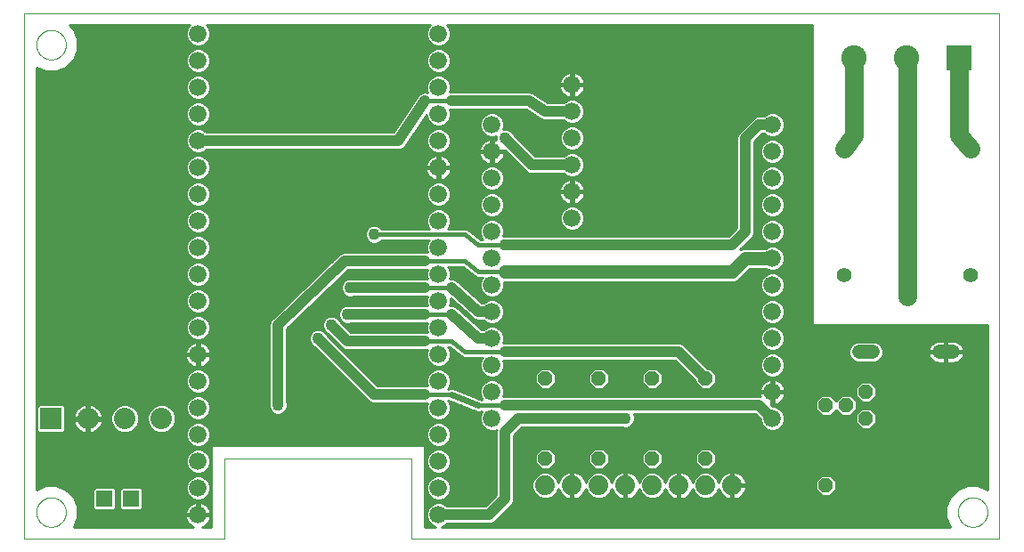
<source format=gbl>
G75*
%MOIN*%
%OFA0B0*%
%FSLAX25Y25*%
%IPPOS*%
%LPD*%
%AMOC8*
5,1,8,0,0,1.08239X$1,22.5*
%
%ADD10C,0.00000*%
%ADD11C,0.06600*%
%ADD12OC8,0.05200*%
%ADD13C,0.05543*%
%ADD14R,0.09500X0.09500*%
%ADD15C,0.09500*%
%ADD16C,0.05200*%
%ADD17C,0.07400*%
%ADD18R,0.06000X0.06000*%
%ADD19R,0.08000X0.08000*%
%ADD20C,0.08000*%
%ADD21C,0.04356*%
%ADD22C,0.04000*%
%ADD23C,0.01600*%
%ADD24C,0.02400*%
%ADD25C,0.01000*%
%ADD26C,0.07000*%
%ADD27C,0.05000*%
D10*
X0001500Y0001500D02*
X0076500Y0001500D01*
X0076500Y0031500D01*
X0146500Y0031500D01*
X0146500Y0001500D01*
X0366500Y0001500D01*
X0366500Y0198350D01*
X0001500Y0198350D01*
X0001500Y0001500D01*
X0005988Y0011500D02*
X0005990Y0011648D01*
X0005996Y0011796D01*
X0006006Y0011944D01*
X0006020Y0012091D01*
X0006038Y0012238D01*
X0006059Y0012384D01*
X0006085Y0012530D01*
X0006115Y0012675D01*
X0006148Y0012819D01*
X0006186Y0012962D01*
X0006227Y0013104D01*
X0006272Y0013245D01*
X0006320Y0013385D01*
X0006373Y0013524D01*
X0006429Y0013661D01*
X0006489Y0013796D01*
X0006552Y0013930D01*
X0006619Y0014062D01*
X0006690Y0014192D01*
X0006764Y0014320D01*
X0006841Y0014446D01*
X0006922Y0014570D01*
X0007006Y0014692D01*
X0007093Y0014811D01*
X0007184Y0014928D01*
X0007278Y0015043D01*
X0007374Y0015155D01*
X0007474Y0015265D01*
X0007576Y0015371D01*
X0007682Y0015475D01*
X0007790Y0015576D01*
X0007901Y0015674D01*
X0008014Y0015770D01*
X0008130Y0015862D01*
X0008248Y0015951D01*
X0008369Y0016036D01*
X0008492Y0016119D01*
X0008617Y0016198D01*
X0008744Y0016274D01*
X0008873Y0016346D01*
X0009004Y0016415D01*
X0009137Y0016480D01*
X0009272Y0016541D01*
X0009408Y0016599D01*
X0009545Y0016654D01*
X0009684Y0016704D01*
X0009825Y0016751D01*
X0009966Y0016794D01*
X0010109Y0016834D01*
X0010253Y0016869D01*
X0010397Y0016901D01*
X0010543Y0016928D01*
X0010689Y0016952D01*
X0010836Y0016972D01*
X0010983Y0016988D01*
X0011130Y0017000D01*
X0011278Y0017008D01*
X0011426Y0017012D01*
X0011574Y0017012D01*
X0011722Y0017008D01*
X0011870Y0017000D01*
X0012017Y0016988D01*
X0012164Y0016972D01*
X0012311Y0016952D01*
X0012457Y0016928D01*
X0012603Y0016901D01*
X0012747Y0016869D01*
X0012891Y0016834D01*
X0013034Y0016794D01*
X0013175Y0016751D01*
X0013316Y0016704D01*
X0013455Y0016654D01*
X0013592Y0016599D01*
X0013728Y0016541D01*
X0013863Y0016480D01*
X0013996Y0016415D01*
X0014127Y0016346D01*
X0014256Y0016274D01*
X0014383Y0016198D01*
X0014508Y0016119D01*
X0014631Y0016036D01*
X0014752Y0015951D01*
X0014870Y0015862D01*
X0014986Y0015770D01*
X0015099Y0015674D01*
X0015210Y0015576D01*
X0015318Y0015475D01*
X0015424Y0015371D01*
X0015526Y0015265D01*
X0015626Y0015155D01*
X0015722Y0015043D01*
X0015816Y0014928D01*
X0015907Y0014811D01*
X0015994Y0014692D01*
X0016078Y0014570D01*
X0016159Y0014446D01*
X0016236Y0014320D01*
X0016310Y0014192D01*
X0016381Y0014062D01*
X0016448Y0013930D01*
X0016511Y0013796D01*
X0016571Y0013661D01*
X0016627Y0013524D01*
X0016680Y0013385D01*
X0016728Y0013245D01*
X0016773Y0013104D01*
X0016814Y0012962D01*
X0016852Y0012819D01*
X0016885Y0012675D01*
X0016915Y0012530D01*
X0016941Y0012384D01*
X0016962Y0012238D01*
X0016980Y0012091D01*
X0016994Y0011944D01*
X0017004Y0011796D01*
X0017010Y0011648D01*
X0017012Y0011500D01*
X0017010Y0011352D01*
X0017004Y0011204D01*
X0016994Y0011056D01*
X0016980Y0010909D01*
X0016962Y0010762D01*
X0016941Y0010616D01*
X0016915Y0010470D01*
X0016885Y0010325D01*
X0016852Y0010181D01*
X0016814Y0010038D01*
X0016773Y0009896D01*
X0016728Y0009755D01*
X0016680Y0009615D01*
X0016627Y0009476D01*
X0016571Y0009339D01*
X0016511Y0009204D01*
X0016448Y0009070D01*
X0016381Y0008938D01*
X0016310Y0008808D01*
X0016236Y0008680D01*
X0016159Y0008554D01*
X0016078Y0008430D01*
X0015994Y0008308D01*
X0015907Y0008189D01*
X0015816Y0008072D01*
X0015722Y0007957D01*
X0015626Y0007845D01*
X0015526Y0007735D01*
X0015424Y0007629D01*
X0015318Y0007525D01*
X0015210Y0007424D01*
X0015099Y0007326D01*
X0014986Y0007230D01*
X0014870Y0007138D01*
X0014752Y0007049D01*
X0014631Y0006964D01*
X0014508Y0006881D01*
X0014383Y0006802D01*
X0014256Y0006726D01*
X0014127Y0006654D01*
X0013996Y0006585D01*
X0013863Y0006520D01*
X0013728Y0006459D01*
X0013592Y0006401D01*
X0013455Y0006346D01*
X0013316Y0006296D01*
X0013175Y0006249D01*
X0013034Y0006206D01*
X0012891Y0006166D01*
X0012747Y0006131D01*
X0012603Y0006099D01*
X0012457Y0006072D01*
X0012311Y0006048D01*
X0012164Y0006028D01*
X0012017Y0006012D01*
X0011870Y0006000D01*
X0011722Y0005992D01*
X0011574Y0005988D01*
X0011426Y0005988D01*
X0011278Y0005992D01*
X0011130Y0006000D01*
X0010983Y0006012D01*
X0010836Y0006028D01*
X0010689Y0006048D01*
X0010543Y0006072D01*
X0010397Y0006099D01*
X0010253Y0006131D01*
X0010109Y0006166D01*
X0009966Y0006206D01*
X0009825Y0006249D01*
X0009684Y0006296D01*
X0009545Y0006346D01*
X0009408Y0006401D01*
X0009272Y0006459D01*
X0009137Y0006520D01*
X0009004Y0006585D01*
X0008873Y0006654D01*
X0008744Y0006726D01*
X0008617Y0006802D01*
X0008492Y0006881D01*
X0008369Y0006964D01*
X0008248Y0007049D01*
X0008130Y0007138D01*
X0008014Y0007230D01*
X0007901Y0007326D01*
X0007790Y0007424D01*
X0007682Y0007525D01*
X0007576Y0007629D01*
X0007474Y0007735D01*
X0007374Y0007845D01*
X0007278Y0007957D01*
X0007184Y0008072D01*
X0007093Y0008189D01*
X0007006Y0008308D01*
X0006922Y0008430D01*
X0006841Y0008554D01*
X0006764Y0008680D01*
X0006690Y0008808D01*
X0006619Y0008938D01*
X0006552Y0009070D01*
X0006489Y0009204D01*
X0006429Y0009339D01*
X0006373Y0009476D01*
X0006320Y0009615D01*
X0006272Y0009755D01*
X0006227Y0009896D01*
X0006186Y0010038D01*
X0006148Y0010181D01*
X0006115Y0010325D01*
X0006085Y0010470D01*
X0006059Y0010616D01*
X0006038Y0010762D01*
X0006020Y0010909D01*
X0006006Y0011056D01*
X0005996Y0011204D01*
X0005990Y0011352D01*
X0005988Y0011500D01*
X0005988Y0186500D02*
X0005990Y0186648D01*
X0005996Y0186796D01*
X0006006Y0186944D01*
X0006020Y0187091D01*
X0006038Y0187238D01*
X0006059Y0187384D01*
X0006085Y0187530D01*
X0006115Y0187675D01*
X0006148Y0187819D01*
X0006186Y0187962D01*
X0006227Y0188104D01*
X0006272Y0188245D01*
X0006320Y0188385D01*
X0006373Y0188524D01*
X0006429Y0188661D01*
X0006489Y0188796D01*
X0006552Y0188930D01*
X0006619Y0189062D01*
X0006690Y0189192D01*
X0006764Y0189320D01*
X0006841Y0189446D01*
X0006922Y0189570D01*
X0007006Y0189692D01*
X0007093Y0189811D01*
X0007184Y0189928D01*
X0007278Y0190043D01*
X0007374Y0190155D01*
X0007474Y0190265D01*
X0007576Y0190371D01*
X0007682Y0190475D01*
X0007790Y0190576D01*
X0007901Y0190674D01*
X0008014Y0190770D01*
X0008130Y0190862D01*
X0008248Y0190951D01*
X0008369Y0191036D01*
X0008492Y0191119D01*
X0008617Y0191198D01*
X0008744Y0191274D01*
X0008873Y0191346D01*
X0009004Y0191415D01*
X0009137Y0191480D01*
X0009272Y0191541D01*
X0009408Y0191599D01*
X0009545Y0191654D01*
X0009684Y0191704D01*
X0009825Y0191751D01*
X0009966Y0191794D01*
X0010109Y0191834D01*
X0010253Y0191869D01*
X0010397Y0191901D01*
X0010543Y0191928D01*
X0010689Y0191952D01*
X0010836Y0191972D01*
X0010983Y0191988D01*
X0011130Y0192000D01*
X0011278Y0192008D01*
X0011426Y0192012D01*
X0011574Y0192012D01*
X0011722Y0192008D01*
X0011870Y0192000D01*
X0012017Y0191988D01*
X0012164Y0191972D01*
X0012311Y0191952D01*
X0012457Y0191928D01*
X0012603Y0191901D01*
X0012747Y0191869D01*
X0012891Y0191834D01*
X0013034Y0191794D01*
X0013175Y0191751D01*
X0013316Y0191704D01*
X0013455Y0191654D01*
X0013592Y0191599D01*
X0013728Y0191541D01*
X0013863Y0191480D01*
X0013996Y0191415D01*
X0014127Y0191346D01*
X0014256Y0191274D01*
X0014383Y0191198D01*
X0014508Y0191119D01*
X0014631Y0191036D01*
X0014752Y0190951D01*
X0014870Y0190862D01*
X0014986Y0190770D01*
X0015099Y0190674D01*
X0015210Y0190576D01*
X0015318Y0190475D01*
X0015424Y0190371D01*
X0015526Y0190265D01*
X0015626Y0190155D01*
X0015722Y0190043D01*
X0015816Y0189928D01*
X0015907Y0189811D01*
X0015994Y0189692D01*
X0016078Y0189570D01*
X0016159Y0189446D01*
X0016236Y0189320D01*
X0016310Y0189192D01*
X0016381Y0189062D01*
X0016448Y0188930D01*
X0016511Y0188796D01*
X0016571Y0188661D01*
X0016627Y0188524D01*
X0016680Y0188385D01*
X0016728Y0188245D01*
X0016773Y0188104D01*
X0016814Y0187962D01*
X0016852Y0187819D01*
X0016885Y0187675D01*
X0016915Y0187530D01*
X0016941Y0187384D01*
X0016962Y0187238D01*
X0016980Y0187091D01*
X0016994Y0186944D01*
X0017004Y0186796D01*
X0017010Y0186648D01*
X0017012Y0186500D01*
X0017010Y0186352D01*
X0017004Y0186204D01*
X0016994Y0186056D01*
X0016980Y0185909D01*
X0016962Y0185762D01*
X0016941Y0185616D01*
X0016915Y0185470D01*
X0016885Y0185325D01*
X0016852Y0185181D01*
X0016814Y0185038D01*
X0016773Y0184896D01*
X0016728Y0184755D01*
X0016680Y0184615D01*
X0016627Y0184476D01*
X0016571Y0184339D01*
X0016511Y0184204D01*
X0016448Y0184070D01*
X0016381Y0183938D01*
X0016310Y0183808D01*
X0016236Y0183680D01*
X0016159Y0183554D01*
X0016078Y0183430D01*
X0015994Y0183308D01*
X0015907Y0183189D01*
X0015816Y0183072D01*
X0015722Y0182957D01*
X0015626Y0182845D01*
X0015526Y0182735D01*
X0015424Y0182629D01*
X0015318Y0182525D01*
X0015210Y0182424D01*
X0015099Y0182326D01*
X0014986Y0182230D01*
X0014870Y0182138D01*
X0014752Y0182049D01*
X0014631Y0181964D01*
X0014508Y0181881D01*
X0014383Y0181802D01*
X0014256Y0181726D01*
X0014127Y0181654D01*
X0013996Y0181585D01*
X0013863Y0181520D01*
X0013728Y0181459D01*
X0013592Y0181401D01*
X0013455Y0181346D01*
X0013316Y0181296D01*
X0013175Y0181249D01*
X0013034Y0181206D01*
X0012891Y0181166D01*
X0012747Y0181131D01*
X0012603Y0181099D01*
X0012457Y0181072D01*
X0012311Y0181048D01*
X0012164Y0181028D01*
X0012017Y0181012D01*
X0011870Y0181000D01*
X0011722Y0180992D01*
X0011574Y0180988D01*
X0011426Y0180988D01*
X0011278Y0180992D01*
X0011130Y0181000D01*
X0010983Y0181012D01*
X0010836Y0181028D01*
X0010689Y0181048D01*
X0010543Y0181072D01*
X0010397Y0181099D01*
X0010253Y0181131D01*
X0010109Y0181166D01*
X0009966Y0181206D01*
X0009825Y0181249D01*
X0009684Y0181296D01*
X0009545Y0181346D01*
X0009408Y0181401D01*
X0009272Y0181459D01*
X0009137Y0181520D01*
X0009004Y0181585D01*
X0008873Y0181654D01*
X0008744Y0181726D01*
X0008617Y0181802D01*
X0008492Y0181881D01*
X0008369Y0181964D01*
X0008248Y0182049D01*
X0008130Y0182138D01*
X0008014Y0182230D01*
X0007901Y0182326D01*
X0007790Y0182424D01*
X0007682Y0182525D01*
X0007576Y0182629D01*
X0007474Y0182735D01*
X0007374Y0182845D01*
X0007278Y0182957D01*
X0007184Y0183072D01*
X0007093Y0183189D01*
X0007006Y0183308D01*
X0006922Y0183430D01*
X0006841Y0183554D01*
X0006764Y0183680D01*
X0006690Y0183808D01*
X0006619Y0183938D01*
X0006552Y0184070D01*
X0006489Y0184204D01*
X0006429Y0184339D01*
X0006373Y0184476D01*
X0006320Y0184615D01*
X0006272Y0184755D01*
X0006227Y0184896D01*
X0006186Y0185038D01*
X0006148Y0185181D01*
X0006115Y0185325D01*
X0006085Y0185470D01*
X0006059Y0185616D01*
X0006038Y0185762D01*
X0006020Y0185909D01*
X0006006Y0186056D01*
X0005996Y0186204D01*
X0005990Y0186352D01*
X0005988Y0186500D01*
X0350988Y0011500D02*
X0350990Y0011648D01*
X0350996Y0011796D01*
X0351006Y0011944D01*
X0351020Y0012091D01*
X0351038Y0012238D01*
X0351059Y0012384D01*
X0351085Y0012530D01*
X0351115Y0012675D01*
X0351148Y0012819D01*
X0351186Y0012962D01*
X0351227Y0013104D01*
X0351272Y0013245D01*
X0351320Y0013385D01*
X0351373Y0013524D01*
X0351429Y0013661D01*
X0351489Y0013796D01*
X0351552Y0013930D01*
X0351619Y0014062D01*
X0351690Y0014192D01*
X0351764Y0014320D01*
X0351841Y0014446D01*
X0351922Y0014570D01*
X0352006Y0014692D01*
X0352093Y0014811D01*
X0352184Y0014928D01*
X0352278Y0015043D01*
X0352374Y0015155D01*
X0352474Y0015265D01*
X0352576Y0015371D01*
X0352682Y0015475D01*
X0352790Y0015576D01*
X0352901Y0015674D01*
X0353014Y0015770D01*
X0353130Y0015862D01*
X0353248Y0015951D01*
X0353369Y0016036D01*
X0353492Y0016119D01*
X0353617Y0016198D01*
X0353744Y0016274D01*
X0353873Y0016346D01*
X0354004Y0016415D01*
X0354137Y0016480D01*
X0354272Y0016541D01*
X0354408Y0016599D01*
X0354545Y0016654D01*
X0354684Y0016704D01*
X0354825Y0016751D01*
X0354966Y0016794D01*
X0355109Y0016834D01*
X0355253Y0016869D01*
X0355397Y0016901D01*
X0355543Y0016928D01*
X0355689Y0016952D01*
X0355836Y0016972D01*
X0355983Y0016988D01*
X0356130Y0017000D01*
X0356278Y0017008D01*
X0356426Y0017012D01*
X0356574Y0017012D01*
X0356722Y0017008D01*
X0356870Y0017000D01*
X0357017Y0016988D01*
X0357164Y0016972D01*
X0357311Y0016952D01*
X0357457Y0016928D01*
X0357603Y0016901D01*
X0357747Y0016869D01*
X0357891Y0016834D01*
X0358034Y0016794D01*
X0358175Y0016751D01*
X0358316Y0016704D01*
X0358455Y0016654D01*
X0358592Y0016599D01*
X0358728Y0016541D01*
X0358863Y0016480D01*
X0358996Y0016415D01*
X0359127Y0016346D01*
X0359256Y0016274D01*
X0359383Y0016198D01*
X0359508Y0016119D01*
X0359631Y0016036D01*
X0359752Y0015951D01*
X0359870Y0015862D01*
X0359986Y0015770D01*
X0360099Y0015674D01*
X0360210Y0015576D01*
X0360318Y0015475D01*
X0360424Y0015371D01*
X0360526Y0015265D01*
X0360626Y0015155D01*
X0360722Y0015043D01*
X0360816Y0014928D01*
X0360907Y0014811D01*
X0360994Y0014692D01*
X0361078Y0014570D01*
X0361159Y0014446D01*
X0361236Y0014320D01*
X0361310Y0014192D01*
X0361381Y0014062D01*
X0361448Y0013930D01*
X0361511Y0013796D01*
X0361571Y0013661D01*
X0361627Y0013524D01*
X0361680Y0013385D01*
X0361728Y0013245D01*
X0361773Y0013104D01*
X0361814Y0012962D01*
X0361852Y0012819D01*
X0361885Y0012675D01*
X0361915Y0012530D01*
X0361941Y0012384D01*
X0361962Y0012238D01*
X0361980Y0012091D01*
X0361994Y0011944D01*
X0362004Y0011796D01*
X0362010Y0011648D01*
X0362012Y0011500D01*
X0362010Y0011352D01*
X0362004Y0011204D01*
X0361994Y0011056D01*
X0361980Y0010909D01*
X0361962Y0010762D01*
X0361941Y0010616D01*
X0361915Y0010470D01*
X0361885Y0010325D01*
X0361852Y0010181D01*
X0361814Y0010038D01*
X0361773Y0009896D01*
X0361728Y0009755D01*
X0361680Y0009615D01*
X0361627Y0009476D01*
X0361571Y0009339D01*
X0361511Y0009204D01*
X0361448Y0009070D01*
X0361381Y0008938D01*
X0361310Y0008808D01*
X0361236Y0008680D01*
X0361159Y0008554D01*
X0361078Y0008430D01*
X0360994Y0008308D01*
X0360907Y0008189D01*
X0360816Y0008072D01*
X0360722Y0007957D01*
X0360626Y0007845D01*
X0360526Y0007735D01*
X0360424Y0007629D01*
X0360318Y0007525D01*
X0360210Y0007424D01*
X0360099Y0007326D01*
X0359986Y0007230D01*
X0359870Y0007138D01*
X0359752Y0007049D01*
X0359631Y0006964D01*
X0359508Y0006881D01*
X0359383Y0006802D01*
X0359256Y0006726D01*
X0359127Y0006654D01*
X0358996Y0006585D01*
X0358863Y0006520D01*
X0358728Y0006459D01*
X0358592Y0006401D01*
X0358455Y0006346D01*
X0358316Y0006296D01*
X0358175Y0006249D01*
X0358034Y0006206D01*
X0357891Y0006166D01*
X0357747Y0006131D01*
X0357603Y0006099D01*
X0357457Y0006072D01*
X0357311Y0006048D01*
X0357164Y0006028D01*
X0357017Y0006012D01*
X0356870Y0006000D01*
X0356722Y0005992D01*
X0356574Y0005988D01*
X0356426Y0005988D01*
X0356278Y0005992D01*
X0356130Y0006000D01*
X0355983Y0006012D01*
X0355836Y0006028D01*
X0355689Y0006048D01*
X0355543Y0006072D01*
X0355397Y0006099D01*
X0355253Y0006131D01*
X0355109Y0006166D01*
X0354966Y0006206D01*
X0354825Y0006249D01*
X0354684Y0006296D01*
X0354545Y0006346D01*
X0354408Y0006401D01*
X0354272Y0006459D01*
X0354137Y0006520D01*
X0354004Y0006585D01*
X0353873Y0006654D01*
X0353744Y0006726D01*
X0353617Y0006802D01*
X0353492Y0006881D01*
X0353369Y0006964D01*
X0353248Y0007049D01*
X0353130Y0007138D01*
X0353014Y0007230D01*
X0352901Y0007326D01*
X0352790Y0007424D01*
X0352682Y0007525D01*
X0352576Y0007629D01*
X0352474Y0007735D01*
X0352374Y0007845D01*
X0352278Y0007957D01*
X0352184Y0008072D01*
X0352093Y0008189D01*
X0352006Y0008308D01*
X0351922Y0008430D01*
X0351841Y0008554D01*
X0351764Y0008680D01*
X0351690Y0008808D01*
X0351619Y0008938D01*
X0351552Y0009070D01*
X0351489Y0009204D01*
X0351429Y0009339D01*
X0351373Y0009476D01*
X0351320Y0009615D01*
X0351272Y0009755D01*
X0351227Y0009896D01*
X0351186Y0010038D01*
X0351148Y0010181D01*
X0351115Y0010325D01*
X0351085Y0010470D01*
X0351059Y0010616D01*
X0351038Y0010762D01*
X0351020Y0010909D01*
X0351006Y0011056D01*
X0350996Y0011204D01*
X0350990Y0011352D01*
X0350988Y0011500D01*
D11*
X0281500Y0046500D03*
X0281500Y0056500D03*
X0281500Y0066500D03*
X0281500Y0076500D03*
X0281500Y0086500D03*
X0281500Y0096500D03*
X0281500Y0106500D03*
X0281500Y0116500D03*
X0281500Y0126500D03*
X0281500Y0136500D03*
X0281500Y0146500D03*
X0281500Y0156500D03*
X0206500Y0151500D03*
X0206500Y0141500D03*
X0206500Y0131500D03*
X0206500Y0121500D03*
X0176500Y0116500D03*
X0176500Y0106500D03*
X0176500Y0096500D03*
X0176500Y0086500D03*
X0176500Y0076500D03*
X0176500Y0066500D03*
X0176500Y0056500D03*
X0176500Y0046500D03*
X0156500Y0050500D03*
X0156500Y0060500D03*
X0156500Y0070500D03*
X0156500Y0080500D03*
X0156500Y0090500D03*
X0156500Y0100500D03*
X0156500Y0110500D03*
X0156500Y0120500D03*
X0156500Y0130500D03*
X0156500Y0140500D03*
X0156500Y0150500D03*
X0156500Y0160500D03*
X0156500Y0170500D03*
X0156500Y0180500D03*
X0156500Y0190500D03*
X0206500Y0171500D03*
X0206500Y0161500D03*
X0176500Y0156500D03*
X0176500Y0146500D03*
X0176500Y0136500D03*
X0176500Y0126500D03*
X0066500Y0130500D03*
X0066500Y0120500D03*
X0066500Y0110500D03*
X0066500Y0100500D03*
X0066500Y0090500D03*
X0066500Y0080500D03*
X0066500Y0070500D03*
X0066500Y0060500D03*
X0066500Y0050500D03*
X0066500Y0040500D03*
X0066500Y0030500D03*
X0066500Y0020500D03*
X0066500Y0010500D03*
X0156500Y0010500D03*
X0156500Y0020500D03*
X0156500Y0030500D03*
X0156500Y0040500D03*
X0066500Y0140500D03*
X0066500Y0150500D03*
X0066500Y0160500D03*
X0066500Y0170500D03*
X0066500Y0180500D03*
X0066500Y0190500D03*
D12*
X0196500Y0061500D03*
X0216500Y0061500D03*
X0236500Y0061500D03*
X0256500Y0061500D03*
X0301500Y0051500D03*
X0309000Y0051500D03*
X0316500Y0046500D03*
X0316500Y0056500D03*
X0256500Y0031500D03*
X0236500Y0031500D03*
X0216500Y0031500D03*
X0196500Y0031500D03*
X0301500Y0021500D03*
D13*
X0331972Y0092406D03*
X0308350Y0100280D03*
X0355594Y0100280D03*
X0355594Y0147524D03*
X0308350Y0147524D03*
D14*
X0351500Y0181500D03*
D15*
X0331815Y0181500D03*
X0312130Y0181500D03*
D16*
X0313900Y0071500D02*
X0319100Y0071500D01*
X0343900Y0071500D02*
X0349100Y0071500D01*
D17*
X0266500Y0021500D03*
X0256500Y0021500D03*
X0246500Y0021500D03*
X0236500Y0021500D03*
X0226500Y0021500D03*
X0216500Y0021500D03*
X0206500Y0021500D03*
X0196500Y0021500D03*
D18*
X0041500Y0016500D03*
X0031500Y0016500D03*
D19*
X0011500Y0046500D03*
D20*
X0025280Y0046500D03*
X0039059Y0046500D03*
X0052839Y0046500D03*
D21*
X0096500Y0051500D03*
X0111500Y0076500D03*
X0116500Y0081500D03*
X0122500Y0085500D03*
X0123500Y0095500D03*
X0132500Y0115500D03*
X0181500Y0111500D03*
X0181500Y0151500D03*
X0226500Y0046500D03*
D22*
X0186500Y0046500D01*
X0181500Y0041500D01*
X0181500Y0016500D01*
X0175500Y0010500D01*
X0156500Y0010500D01*
X0181500Y0051500D02*
X0276500Y0051500D01*
X0281500Y0046500D01*
X0256500Y0061500D02*
X0246500Y0071500D01*
X0181500Y0071500D01*
X0176500Y0076500D02*
X0171500Y0076500D01*
X0161500Y0085500D01*
X0151500Y0085500D02*
X0122500Y0085500D01*
X0116500Y0081500D02*
X0122500Y0075500D01*
X0151500Y0075500D01*
X0161500Y0095500D02*
X0171500Y0086500D01*
X0176500Y0086500D01*
X0151500Y0095500D02*
X0123500Y0095500D01*
X0121500Y0105500D02*
X0151500Y0105500D01*
X0121500Y0105500D02*
X0096500Y0081500D01*
X0096500Y0051500D01*
X0111500Y0076500D02*
X0132500Y0055500D01*
X0151500Y0055500D01*
X0181500Y0111500D02*
X0266500Y0111500D01*
X0271500Y0116500D01*
X0271500Y0151500D01*
X0276500Y0156500D01*
X0281500Y0156500D01*
X0206500Y0161500D02*
X0196500Y0161500D01*
X0190500Y0165500D01*
X0161500Y0165500D01*
X0151500Y0165500D02*
X0141500Y0150500D01*
X0066500Y0150500D01*
X0181500Y0151500D02*
X0191500Y0141500D01*
X0206500Y0141500D01*
D23*
X0161500Y0165500D02*
X0151500Y0165500D01*
X0166500Y0115500D02*
X0132500Y0115500D01*
X0151500Y0105500D02*
X0166500Y0105500D01*
X0171500Y0101500D01*
X0181500Y0101500D01*
X0181500Y0111500D02*
X0171500Y0111500D01*
X0166500Y0115500D01*
X0161500Y0095500D02*
X0151500Y0095500D01*
X0151500Y0085500D02*
X0161500Y0085500D01*
X0161500Y0075500D02*
X0151500Y0075500D01*
X0161500Y0075500D02*
X0166500Y0071500D01*
X0181500Y0071500D01*
X0161500Y0055500D02*
X0151500Y0055500D01*
X0171500Y0051500D02*
X0181500Y0051500D01*
D24*
X0171500Y0051500D02*
X0161500Y0055500D01*
D25*
X0160144Y0057639D02*
X0160400Y0057894D01*
X0161100Y0059585D01*
X0161100Y0061415D01*
X0160400Y0063106D01*
X0159106Y0064400D01*
X0157415Y0065100D01*
X0155585Y0065100D01*
X0153894Y0064400D01*
X0152600Y0063106D01*
X0151900Y0061415D01*
X0151900Y0059585D01*
X0152239Y0058766D01*
X0152156Y0058800D01*
X0133867Y0058800D01*
X0114626Y0078040D01*
X0114448Y0078470D01*
X0113470Y0079448D01*
X0112192Y0079978D01*
X0110808Y0079978D01*
X0109530Y0079448D01*
X0108552Y0078470D01*
X0108022Y0077192D01*
X0108022Y0075808D01*
X0108552Y0074530D01*
X0109530Y0073552D01*
X0109960Y0073374D01*
X0129702Y0053631D01*
X0130631Y0052702D01*
X0131844Y0052200D01*
X0152156Y0052200D01*
X0152239Y0052234D01*
X0151900Y0051415D01*
X0151900Y0049585D01*
X0152600Y0047894D01*
X0153894Y0046600D01*
X0155585Y0045900D01*
X0157415Y0045900D01*
X0159106Y0046600D01*
X0160400Y0047894D01*
X0161100Y0049585D01*
X0161100Y0051415D01*
X0160400Y0053106D01*
X0160163Y0053342D01*
X0171033Y0048994D01*
X0172028Y0049006D01*
X0172856Y0049361D01*
X0172600Y0049106D01*
X0171900Y0047415D01*
X0171900Y0045585D01*
X0172600Y0043894D01*
X0173894Y0042600D01*
X0175585Y0041900D01*
X0177415Y0041900D01*
X0178234Y0042239D01*
X0178200Y0042156D01*
X0178200Y0017867D01*
X0174133Y0013800D01*
X0159705Y0013800D01*
X0159106Y0014400D01*
X0157415Y0015100D01*
X0155585Y0015100D01*
X0153894Y0014400D01*
X0152600Y0013106D01*
X0151900Y0011415D01*
X0151900Y0009585D01*
X0152600Y0007894D01*
X0153894Y0006600D01*
X0155344Y0006000D01*
X0151500Y0006000D01*
X0151500Y0036500D01*
X0071500Y0036500D01*
X0071500Y0006000D01*
X0068183Y0006000D01*
X0068343Y0006052D01*
X0069016Y0006395D01*
X0069627Y0006839D01*
X0070161Y0007373D01*
X0070605Y0007984D01*
X0070948Y0008657D01*
X0071182Y0009376D01*
X0071299Y0010114D01*
X0066886Y0010114D01*
X0066886Y0010886D01*
X0071299Y0010886D01*
X0071182Y0011624D01*
X0070948Y0012343D01*
X0070605Y0013016D01*
X0070161Y0013627D01*
X0069627Y0014161D01*
X0069016Y0014605D01*
X0068343Y0014948D01*
X0067624Y0015182D01*
X0066886Y0015299D01*
X0066886Y0010886D01*
X0066114Y0010886D01*
X0066114Y0015299D01*
X0065376Y0015182D01*
X0064657Y0014948D01*
X0063984Y0014605D01*
X0063373Y0014161D01*
X0062839Y0013627D01*
X0062395Y0013016D01*
X0062052Y0012343D01*
X0061818Y0011624D01*
X0061701Y0010886D01*
X0066114Y0010886D01*
X0066114Y0010114D01*
X0061701Y0010114D01*
X0061818Y0009376D01*
X0062052Y0008657D01*
X0062395Y0007984D01*
X0062839Y0007373D01*
X0063373Y0006839D01*
X0063984Y0006395D01*
X0064657Y0006052D01*
X0064816Y0006000D01*
X0020059Y0006000D01*
X0021512Y0009509D01*
X0021512Y0013491D01*
X0019988Y0017171D01*
X0017171Y0019988D01*
X0013491Y0021512D01*
X0009509Y0021512D01*
X0006000Y0020059D01*
X0006000Y0177941D01*
X0009509Y0176488D01*
X0013491Y0176488D01*
X0017171Y0178012D01*
X0019988Y0180829D01*
X0021512Y0184509D01*
X0021512Y0188491D01*
X0019988Y0192171D01*
X0018308Y0193850D01*
X0063345Y0193850D01*
X0062600Y0193106D01*
X0061900Y0191415D01*
X0061900Y0189585D01*
X0062600Y0187894D01*
X0063894Y0186600D01*
X0065585Y0185900D01*
X0067415Y0185900D01*
X0069106Y0186600D01*
X0070400Y0187894D01*
X0071100Y0189585D01*
X0071100Y0191415D01*
X0070400Y0193106D01*
X0069655Y0193850D01*
X0153345Y0193850D01*
X0152600Y0193106D01*
X0151900Y0191415D01*
X0151900Y0189585D01*
X0152600Y0187894D01*
X0153894Y0186600D01*
X0155585Y0185900D01*
X0157415Y0185900D01*
X0159106Y0186600D01*
X0160400Y0187894D01*
X0161100Y0189585D01*
X0161100Y0191415D01*
X0160400Y0193106D01*
X0159655Y0193850D01*
X0296500Y0193850D01*
X0296500Y0081500D01*
X0362000Y0081500D01*
X0362000Y0020059D01*
X0358491Y0021512D01*
X0354509Y0021512D01*
X0350829Y0019988D01*
X0348012Y0017171D01*
X0346488Y0013491D01*
X0346488Y0009509D01*
X0347941Y0006000D01*
X0157656Y0006000D01*
X0159106Y0006600D01*
X0159705Y0007200D01*
X0176156Y0007200D01*
X0177369Y0007702D01*
X0184298Y0014631D01*
X0184800Y0015844D01*
X0184800Y0040133D01*
X0187867Y0043200D01*
X0225379Y0043200D01*
X0225808Y0043022D01*
X0227192Y0043022D01*
X0228470Y0043552D01*
X0229448Y0044530D01*
X0229978Y0045808D01*
X0229978Y0047192D01*
X0229560Y0048200D01*
X0275133Y0048200D01*
X0276900Y0046433D01*
X0229978Y0046433D01*
X0229879Y0047432D02*
X0275902Y0047432D01*
X0276900Y0046433D02*
X0276900Y0045585D01*
X0277600Y0043894D01*
X0278894Y0042600D01*
X0280585Y0041900D01*
X0282415Y0041900D01*
X0284106Y0042600D01*
X0285400Y0043894D01*
X0286100Y0045585D01*
X0286100Y0047415D01*
X0285400Y0049106D01*
X0284106Y0050400D01*
X0282415Y0051100D01*
X0281567Y0051100D01*
X0280938Y0051729D01*
X0281114Y0051701D01*
X0281114Y0056114D01*
X0276701Y0056114D01*
X0276818Y0055376D01*
X0277005Y0054800D01*
X0180844Y0054800D01*
X0180761Y0054766D01*
X0181100Y0055585D01*
X0181100Y0057415D01*
X0180400Y0059106D01*
X0179106Y0060400D01*
X0177415Y0061100D01*
X0175585Y0061100D01*
X0173894Y0060400D01*
X0172600Y0059106D01*
X0171900Y0057415D01*
X0171900Y0055585D01*
X0172600Y0053894D01*
X0172837Y0053658D01*
X0161967Y0058006D01*
X0160972Y0057994D01*
X0160144Y0057639D01*
X0160615Y0058415D02*
X0172314Y0058415D01*
X0171901Y0057417D02*
X0163440Y0057417D01*
X0165936Y0056418D02*
X0171900Y0056418D01*
X0171968Y0055420D02*
X0168432Y0055420D01*
X0170929Y0054421D02*
X0172382Y0054421D01*
X0169947Y0049429D02*
X0161035Y0049429D01*
X0161100Y0050427D02*
X0167451Y0050427D01*
X0164955Y0051426D02*
X0161096Y0051426D01*
X0160682Y0052424D02*
X0162458Y0052424D01*
X0160622Y0048430D02*
X0172320Y0048430D01*
X0171907Y0047432D02*
X0159937Y0047432D01*
X0158702Y0046433D02*
X0171900Y0046433D01*
X0171962Y0045434D02*
X0058134Y0045434D01*
X0058139Y0045446D02*
X0057332Y0043498D01*
X0055841Y0042007D01*
X0053893Y0041200D01*
X0051784Y0041200D01*
X0049836Y0042007D01*
X0048345Y0043498D01*
X0047539Y0045446D01*
X0047539Y0047554D01*
X0048345Y0049502D01*
X0049836Y0050993D01*
X0051784Y0051800D01*
X0053893Y0051800D01*
X0055841Y0050993D01*
X0057332Y0049502D01*
X0058139Y0047554D01*
X0058139Y0045446D01*
X0058139Y0046433D02*
X0064298Y0046433D01*
X0063894Y0046600D02*
X0065585Y0045900D01*
X0067415Y0045900D01*
X0069106Y0046600D01*
X0070400Y0047894D01*
X0071100Y0049585D01*
X0071100Y0051415D01*
X0070400Y0053106D01*
X0069106Y0054400D01*
X0067415Y0055100D01*
X0065585Y0055100D01*
X0063894Y0054400D01*
X0062600Y0053106D01*
X0061900Y0051415D01*
X0061900Y0049585D01*
X0062600Y0047894D01*
X0063894Y0046600D01*
X0063063Y0047432D02*
X0058139Y0047432D01*
X0057776Y0048430D02*
X0062378Y0048430D01*
X0061965Y0049429D02*
X0057362Y0049429D01*
X0056407Y0050427D02*
X0061900Y0050427D01*
X0061904Y0051426D02*
X0054797Y0051426D01*
X0050880Y0051426D02*
X0041017Y0051426D01*
X0040113Y0051800D02*
X0038005Y0051800D01*
X0036057Y0050993D01*
X0034566Y0049502D01*
X0033759Y0047554D01*
X0033759Y0045446D01*
X0034566Y0043498D01*
X0036057Y0042007D01*
X0038005Y0041200D01*
X0040113Y0041200D01*
X0042061Y0042007D01*
X0043552Y0043498D01*
X0044359Y0045446D01*
X0044359Y0047554D01*
X0043552Y0049502D01*
X0042061Y0050993D01*
X0040113Y0051800D01*
X0042627Y0050427D02*
X0049270Y0050427D01*
X0048315Y0049429D02*
X0043583Y0049429D01*
X0043996Y0048430D02*
X0047901Y0048430D01*
X0047539Y0047432D02*
X0044359Y0047432D01*
X0044359Y0046433D02*
X0047539Y0046433D01*
X0047543Y0045434D02*
X0044354Y0045434D01*
X0043941Y0044436D02*
X0047957Y0044436D01*
X0048406Y0043437D02*
X0043492Y0043437D01*
X0042493Y0042439D02*
X0049404Y0042439D01*
X0051204Y0041440D02*
X0040694Y0041440D01*
X0037424Y0041440D02*
X0027464Y0041440D01*
X0027391Y0041403D02*
X0028162Y0041796D01*
X0028863Y0042305D01*
X0029475Y0042917D01*
X0029984Y0043617D01*
X0030377Y0044389D01*
X0030644Y0045212D01*
X0030769Y0046000D01*
X0025780Y0046000D01*
X0025780Y0047000D01*
X0030769Y0047000D01*
X0030644Y0047788D01*
X0030377Y0048611D01*
X0029984Y0049383D01*
X0029475Y0050083D01*
X0028863Y0050695D01*
X0028162Y0051204D01*
X0027391Y0051597D01*
X0026567Y0051865D01*
X0025780Y0051989D01*
X0025780Y0047000D01*
X0024780Y0047000D01*
X0024780Y0051989D01*
X0023992Y0051865D01*
X0023168Y0051597D01*
X0022397Y0051204D01*
X0021697Y0050695D01*
X0021084Y0050083D01*
X0020576Y0049383D01*
X0020182Y0048611D01*
X0019915Y0047788D01*
X0019790Y0047000D01*
X0024779Y0047000D01*
X0024779Y0046000D01*
X0019790Y0046000D01*
X0019915Y0045212D01*
X0020182Y0044389D01*
X0020576Y0043617D01*
X0021084Y0042917D01*
X0021697Y0042305D01*
X0022397Y0041796D01*
X0023168Y0041403D01*
X0023992Y0041135D01*
X0024780Y0041011D01*
X0024780Y0046000D01*
X0025780Y0046000D01*
X0025780Y0041011D01*
X0026567Y0041135D01*
X0027391Y0041403D01*
X0025780Y0041440D02*
X0024780Y0041440D01*
X0024780Y0042439D02*
X0025780Y0042439D01*
X0025780Y0043437D02*
X0024780Y0043437D01*
X0024780Y0044436D02*
X0025780Y0044436D01*
X0025780Y0045434D02*
X0024780Y0045434D01*
X0024779Y0046433D02*
X0016800Y0046433D01*
X0016800Y0045434D02*
X0019880Y0045434D01*
X0020167Y0044436D02*
X0016800Y0044436D01*
X0016800Y0043437D02*
X0020706Y0043437D01*
X0021562Y0042439D02*
X0016800Y0042439D01*
X0016800Y0041962D02*
X0016038Y0041200D01*
X0006962Y0041200D01*
X0006200Y0041962D01*
X0006200Y0051038D01*
X0006962Y0051800D01*
X0016038Y0051800D01*
X0016800Y0051038D01*
X0016800Y0041962D01*
X0016279Y0041440D02*
X0023095Y0041440D01*
X0028997Y0042439D02*
X0035625Y0042439D01*
X0034626Y0043437D02*
X0029853Y0043437D01*
X0030392Y0044436D02*
X0034177Y0044436D01*
X0033764Y0045434D02*
X0030679Y0045434D01*
X0030701Y0047432D02*
X0033759Y0047432D01*
X0033759Y0046433D02*
X0025780Y0046433D01*
X0025780Y0047432D02*
X0024780Y0047432D01*
X0024780Y0048430D02*
X0025780Y0048430D01*
X0025780Y0049429D02*
X0024780Y0049429D01*
X0024780Y0050427D02*
X0025780Y0050427D01*
X0025780Y0051426D02*
X0024780Y0051426D01*
X0022832Y0051426D02*
X0016413Y0051426D01*
X0016800Y0050427D02*
X0021428Y0050427D01*
X0020609Y0049429D02*
X0016800Y0049429D01*
X0016800Y0048430D02*
X0020124Y0048430D01*
X0019859Y0047432D02*
X0016800Y0047432D01*
X0006200Y0047432D02*
X0006000Y0047432D01*
X0006000Y0048430D02*
X0006200Y0048430D01*
X0006200Y0049429D02*
X0006000Y0049429D01*
X0006000Y0050427D02*
X0006200Y0050427D01*
X0006000Y0051426D02*
X0006587Y0051426D01*
X0006000Y0052424D02*
X0062318Y0052424D01*
X0062917Y0053423D02*
X0006000Y0053423D01*
X0006000Y0054421D02*
X0063946Y0054421D01*
X0064334Y0056418D02*
X0006000Y0056418D01*
X0006000Y0055420D02*
X0093200Y0055420D01*
X0093200Y0056418D02*
X0068666Y0056418D01*
X0069106Y0056600D02*
X0070400Y0057894D01*
X0071100Y0059585D01*
X0071100Y0061415D01*
X0070400Y0063106D01*
X0069106Y0064400D01*
X0067415Y0065100D01*
X0065585Y0065100D01*
X0063894Y0064400D01*
X0062600Y0063106D01*
X0061900Y0061415D01*
X0061900Y0059585D01*
X0062600Y0057894D01*
X0063894Y0056600D01*
X0065585Y0055900D01*
X0067415Y0055900D01*
X0069106Y0056600D01*
X0069922Y0057417D02*
X0093200Y0057417D01*
X0093200Y0058415D02*
X0070615Y0058415D01*
X0071029Y0059414D02*
X0093200Y0059414D01*
X0093200Y0060412D02*
X0071100Y0060412D01*
X0071100Y0061411D02*
X0093200Y0061411D01*
X0093200Y0062409D02*
X0070688Y0062409D01*
X0070098Y0063408D02*
X0093200Y0063408D01*
X0093200Y0064406D02*
X0069090Y0064406D01*
X0068343Y0066052D02*
X0069016Y0066395D01*
X0069627Y0066839D01*
X0070161Y0067373D01*
X0070605Y0067984D01*
X0070948Y0068657D01*
X0071182Y0069376D01*
X0071299Y0070114D01*
X0066886Y0070114D01*
X0066886Y0070886D01*
X0071299Y0070886D01*
X0071182Y0071624D01*
X0070948Y0072343D01*
X0070605Y0073016D01*
X0070161Y0073627D01*
X0069627Y0074161D01*
X0069016Y0074605D01*
X0068343Y0074948D01*
X0067624Y0075182D01*
X0066886Y0075299D01*
X0066886Y0070886D01*
X0066114Y0070886D01*
X0066114Y0075299D01*
X0065376Y0075182D01*
X0064657Y0074948D01*
X0063984Y0074605D01*
X0063373Y0074161D01*
X0062839Y0073627D01*
X0062395Y0073016D01*
X0062052Y0072343D01*
X0061818Y0071624D01*
X0061701Y0070886D01*
X0066114Y0070886D01*
X0066114Y0070114D01*
X0066886Y0070114D01*
X0066886Y0065701D01*
X0067624Y0065818D01*
X0068343Y0066052D01*
X0069028Y0066403D02*
X0093200Y0066403D01*
X0093200Y0065405D02*
X0006000Y0065405D01*
X0006000Y0066403D02*
X0063972Y0066403D01*
X0063984Y0066395D02*
X0064657Y0066052D01*
X0065376Y0065818D01*
X0066114Y0065701D01*
X0066114Y0070114D01*
X0061701Y0070114D01*
X0061818Y0069376D01*
X0062052Y0068657D01*
X0062395Y0067984D01*
X0062839Y0067373D01*
X0063373Y0066839D01*
X0063984Y0066395D01*
X0062818Y0067402D02*
X0006000Y0067402D01*
X0006000Y0068400D02*
X0062183Y0068400D01*
X0061815Y0069399D02*
X0006000Y0069399D01*
X0006000Y0070397D02*
X0066114Y0070397D01*
X0066886Y0070397D02*
X0093200Y0070397D01*
X0093200Y0069399D02*
X0071185Y0069399D01*
X0070817Y0068400D02*
X0093200Y0068400D01*
X0093200Y0067402D02*
X0070182Y0067402D01*
X0066886Y0067402D02*
X0066114Y0067402D01*
X0066114Y0068400D02*
X0066886Y0068400D01*
X0066886Y0069399D02*
X0066114Y0069399D01*
X0066114Y0071396D02*
X0066886Y0071396D01*
X0066886Y0072394D02*
X0066114Y0072394D01*
X0066114Y0073393D02*
X0066886Y0073393D01*
X0066886Y0074391D02*
X0066114Y0074391D01*
X0065585Y0075900D02*
X0063894Y0076600D01*
X0062600Y0077894D01*
X0061900Y0079585D01*
X0061900Y0081415D01*
X0062600Y0083106D01*
X0063894Y0084400D01*
X0065585Y0085100D01*
X0067415Y0085100D01*
X0069106Y0084400D01*
X0070400Y0083106D01*
X0071100Y0081415D01*
X0071100Y0079585D01*
X0070400Y0077894D01*
X0069106Y0076600D01*
X0067415Y0075900D01*
X0065585Y0075900D01*
X0064406Y0076388D02*
X0006000Y0076388D01*
X0006000Y0075390D02*
X0093200Y0075390D01*
X0093200Y0076388D02*
X0068594Y0076388D01*
X0069892Y0077387D02*
X0093200Y0077387D01*
X0093200Y0078385D02*
X0070603Y0078385D01*
X0071017Y0079384D02*
X0093200Y0079384D01*
X0093200Y0080382D02*
X0071100Y0080382D01*
X0071100Y0081381D02*
X0093197Y0081381D01*
X0093200Y0081534D02*
X0093187Y0080911D01*
X0093200Y0080879D01*
X0093200Y0052621D01*
X0093022Y0052192D01*
X0093022Y0050808D01*
X0093552Y0049530D01*
X0094530Y0048552D01*
X0095808Y0048022D01*
X0097192Y0048022D01*
X0098470Y0048552D01*
X0099448Y0049530D01*
X0099978Y0050808D01*
X0099978Y0052192D01*
X0099800Y0052621D01*
X0099800Y0080093D01*
X0122828Y0102200D01*
X0152156Y0102200D01*
X0152239Y0102234D01*
X0151900Y0101415D01*
X0151900Y0099585D01*
X0152239Y0098766D01*
X0152156Y0098800D01*
X0124621Y0098800D01*
X0124192Y0098978D01*
X0122808Y0098978D01*
X0121530Y0098448D01*
X0120552Y0097470D01*
X0120022Y0096192D01*
X0120022Y0094808D01*
X0120552Y0093530D01*
X0121530Y0092552D01*
X0122808Y0092022D01*
X0124192Y0092022D01*
X0124621Y0092200D01*
X0152156Y0092200D01*
X0152239Y0092234D01*
X0151900Y0091415D01*
X0151900Y0089585D01*
X0152239Y0088766D01*
X0152156Y0088800D01*
X0123621Y0088800D01*
X0123192Y0088978D01*
X0121808Y0088978D01*
X0120530Y0088448D01*
X0119552Y0087470D01*
X0119022Y0086192D01*
X0119022Y0084808D01*
X0119552Y0083530D01*
X0120530Y0082552D01*
X0121808Y0082022D01*
X0123192Y0082022D01*
X0123621Y0082200D01*
X0152156Y0082200D01*
X0152239Y0082234D01*
X0151900Y0081415D01*
X0151900Y0079585D01*
X0152239Y0078766D01*
X0152156Y0078800D01*
X0123867Y0078800D01*
X0119626Y0083040D01*
X0119448Y0083470D01*
X0118470Y0084448D01*
X0117192Y0084978D01*
X0115808Y0084978D01*
X0114530Y0084448D01*
X0113552Y0083470D01*
X0113022Y0082192D01*
X0113022Y0080808D01*
X0113552Y0079530D01*
X0114530Y0078552D01*
X0114960Y0078374D01*
X0119702Y0073631D01*
X0120631Y0072702D01*
X0121844Y0072200D01*
X0152156Y0072200D01*
X0152239Y0072234D01*
X0151900Y0071415D01*
X0151900Y0069585D01*
X0152600Y0067894D01*
X0153894Y0066600D01*
X0155585Y0065900D01*
X0157415Y0065900D01*
X0159106Y0066600D01*
X0160400Y0067894D01*
X0161100Y0069585D01*
X0161100Y0071415D01*
X0160400Y0073106D01*
X0160105Y0073400D01*
X0160763Y0073400D01*
X0165097Y0069933D01*
X0165630Y0069400D01*
X0165763Y0069400D01*
X0165867Y0069317D01*
X0166616Y0069400D01*
X0172895Y0069400D01*
X0172600Y0069106D01*
X0171900Y0067415D01*
X0171900Y0065585D01*
X0172600Y0063894D01*
X0173894Y0062600D01*
X0175585Y0061900D01*
X0177415Y0061900D01*
X0179106Y0062600D01*
X0180400Y0063894D01*
X0181100Y0065585D01*
X0181100Y0067415D01*
X0180761Y0068234D01*
X0180844Y0068200D01*
X0245133Y0068200D01*
X0252600Y0060733D01*
X0252600Y0059885D01*
X0254885Y0057600D01*
X0258115Y0057600D01*
X0260400Y0059885D01*
X0260400Y0063115D01*
X0258115Y0065400D01*
X0257267Y0065400D01*
X0248369Y0074298D01*
X0247156Y0074800D01*
X0180844Y0074800D01*
X0180761Y0074766D01*
X0181100Y0075585D01*
X0181100Y0077415D01*
X0180400Y0079106D01*
X0179106Y0080400D01*
X0177415Y0081100D01*
X0175585Y0081100D01*
X0173894Y0080400D01*
X0173295Y0079800D01*
X0172766Y0079800D01*
X0163220Y0088392D01*
X0161982Y0088830D01*
X0160761Y0088766D01*
X0161100Y0089585D01*
X0161100Y0091415D01*
X0161096Y0091423D01*
X0169228Y0084105D01*
X0169631Y0083702D01*
X0169714Y0083668D01*
X0169780Y0083608D01*
X0170317Y0083418D01*
X0170844Y0083200D01*
X0170933Y0083200D01*
X0171018Y0083170D01*
X0171587Y0083200D01*
X0173295Y0083200D01*
X0173894Y0082600D01*
X0175585Y0081900D01*
X0177415Y0081900D01*
X0179106Y0082600D01*
X0180400Y0083894D01*
X0181100Y0085585D01*
X0181100Y0087415D01*
X0180400Y0089106D01*
X0179106Y0090400D01*
X0177415Y0091100D01*
X0175585Y0091100D01*
X0173894Y0090400D01*
X0173295Y0089800D01*
X0172766Y0089800D01*
X0163220Y0098392D01*
X0161982Y0098830D01*
X0160761Y0098766D01*
X0161100Y0099585D01*
X0161100Y0101415D01*
X0160400Y0103106D01*
X0160105Y0103400D01*
X0165763Y0103400D01*
X0170097Y0099933D01*
X0170630Y0099400D01*
X0170763Y0099400D01*
X0170867Y0099317D01*
X0171616Y0099400D01*
X0172895Y0099400D01*
X0172600Y0099106D01*
X0171900Y0097415D01*
X0171900Y0095585D01*
X0172600Y0093894D01*
X0173894Y0092600D01*
X0175585Y0091900D01*
X0177415Y0091900D01*
X0179106Y0092600D01*
X0180400Y0093894D01*
X0181100Y0095585D01*
X0181100Y0097415D01*
X0180982Y0097700D01*
X0267256Y0097700D01*
X0268653Y0098279D01*
X0273074Y0102700D01*
X0278795Y0102700D01*
X0278894Y0102600D01*
X0280585Y0101900D01*
X0282415Y0101900D01*
X0284106Y0102600D01*
X0285400Y0103894D01*
X0286100Y0105585D01*
X0286100Y0107415D01*
X0285400Y0109106D01*
X0284106Y0110400D01*
X0282415Y0111100D01*
X0280585Y0111100D01*
X0278894Y0110400D01*
X0278795Y0110300D01*
X0270744Y0110300D01*
X0269417Y0109750D01*
X0273369Y0113702D01*
X0274298Y0114631D01*
X0274800Y0115844D01*
X0274800Y0150133D01*
X0277867Y0153200D01*
X0278295Y0153200D01*
X0278894Y0152600D01*
X0280585Y0151900D01*
X0282415Y0151900D01*
X0284106Y0152600D01*
X0285400Y0153894D01*
X0286100Y0155585D01*
X0286100Y0157415D01*
X0285400Y0159106D01*
X0284106Y0160400D01*
X0282415Y0161100D01*
X0280585Y0161100D01*
X0278894Y0160400D01*
X0278295Y0159800D01*
X0275844Y0159800D01*
X0274631Y0159298D01*
X0273702Y0158369D01*
X0268702Y0153369D01*
X0268200Y0152156D01*
X0268200Y0117867D01*
X0265133Y0114800D01*
X0182621Y0114800D01*
X0182192Y0114978D01*
X0180849Y0114978D01*
X0181100Y0115585D01*
X0181100Y0117415D01*
X0180400Y0119106D01*
X0179106Y0120400D01*
X0177415Y0121100D01*
X0175585Y0121100D01*
X0173894Y0120400D01*
X0172600Y0119106D01*
X0171900Y0117415D01*
X0171900Y0115585D01*
X0172600Y0113894D01*
X0172895Y0113600D01*
X0172237Y0113600D01*
X0167903Y0117067D01*
X0167370Y0117600D01*
X0167237Y0117600D01*
X0167133Y0117683D01*
X0166384Y0117600D01*
X0160105Y0117600D01*
X0160400Y0117894D01*
X0161100Y0119585D01*
X0161100Y0121415D01*
X0160400Y0123106D01*
X0159106Y0124400D01*
X0157415Y0125100D01*
X0155585Y0125100D01*
X0153894Y0124400D01*
X0152600Y0123106D01*
X0151900Y0121415D01*
X0151900Y0119585D01*
X0152600Y0117894D01*
X0152895Y0117600D01*
X0135319Y0117600D01*
X0134470Y0118448D01*
X0133192Y0118978D01*
X0131808Y0118978D01*
X0130530Y0118448D01*
X0129552Y0117470D01*
X0129022Y0116192D01*
X0129022Y0114808D01*
X0129552Y0113530D01*
X0130530Y0112552D01*
X0131808Y0112022D01*
X0133192Y0112022D01*
X0134470Y0112552D01*
X0135319Y0113400D01*
X0152895Y0113400D01*
X0152600Y0113106D01*
X0151900Y0111415D01*
X0151900Y0109585D01*
X0152239Y0108766D01*
X0152156Y0108800D01*
X0121534Y0108800D01*
X0120911Y0108813D01*
X0120878Y0108800D01*
X0120844Y0108800D01*
X0120269Y0108562D01*
X0119688Y0108335D01*
X0119663Y0108311D01*
X0119631Y0108298D01*
X0119191Y0107858D01*
X0094663Y0084311D01*
X0094631Y0084298D01*
X0094191Y0083857D01*
X0093741Y0083426D01*
X0093727Y0083394D01*
X0093702Y0083369D01*
X0093464Y0082794D01*
X0093214Y0082224D01*
X0093213Y0082189D01*
X0093200Y0082156D01*
X0093200Y0081534D01*
X0093282Y0082379D02*
X0070701Y0082379D01*
X0070127Y0083378D02*
X0093711Y0083378D01*
X0094731Y0084376D02*
X0069129Y0084376D01*
X0068558Y0086373D02*
X0096811Y0086373D01*
X0095771Y0085375D02*
X0006000Y0085375D01*
X0006000Y0086373D02*
X0064442Y0086373D01*
X0063894Y0086600D02*
X0065585Y0085900D01*
X0067415Y0085900D01*
X0069106Y0086600D01*
X0070400Y0087894D01*
X0071100Y0089585D01*
X0071100Y0091415D01*
X0070400Y0093106D01*
X0069106Y0094400D01*
X0067415Y0095100D01*
X0065585Y0095100D01*
X0063894Y0094400D01*
X0062600Y0093106D01*
X0061900Y0091415D01*
X0061900Y0089585D01*
X0062600Y0087894D01*
X0063894Y0086600D01*
X0063123Y0087372D02*
X0006000Y0087372D01*
X0006000Y0088370D02*
X0062403Y0088370D01*
X0061989Y0089369D02*
X0006000Y0089369D01*
X0006000Y0090368D02*
X0061900Y0090368D01*
X0061900Y0091366D02*
X0006000Y0091366D01*
X0006000Y0092365D02*
X0062293Y0092365D01*
X0062858Y0093363D02*
X0006000Y0093363D01*
X0006000Y0094362D02*
X0063856Y0094362D01*
X0064478Y0096359D02*
X0006000Y0096359D01*
X0006000Y0097357D02*
X0063138Y0097357D01*
X0062600Y0097894D02*
X0063894Y0096600D01*
X0065585Y0095900D01*
X0067415Y0095900D01*
X0069106Y0096600D01*
X0070400Y0097894D01*
X0071100Y0099585D01*
X0071100Y0101415D01*
X0070400Y0103106D01*
X0069106Y0104400D01*
X0067415Y0105100D01*
X0065585Y0105100D01*
X0063894Y0104400D01*
X0062600Y0103106D01*
X0061900Y0101415D01*
X0061900Y0099585D01*
X0062600Y0097894D01*
X0062409Y0098356D02*
X0006000Y0098356D01*
X0006000Y0099354D02*
X0061996Y0099354D01*
X0061900Y0100353D02*
X0006000Y0100353D01*
X0006000Y0101351D02*
X0061900Y0101351D01*
X0062287Y0102350D02*
X0006000Y0102350D01*
X0006000Y0103348D02*
X0062843Y0103348D01*
X0063841Y0104347D02*
X0006000Y0104347D01*
X0006000Y0105345D02*
X0116574Y0105345D01*
X0117614Y0106344D02*
X0068486Y0106344D01*
X0069106Y0106600D02*
X0070400Y0107894D01*
X0071100Y0109585D01*
X0071100Y0111415D01*
X0070400Y0113106D01*
X0069106Y0114400D01*
X0067415Y0115100D01*
X0065585Y0115100D01*
X0063894Y0114400D01*
X0062600Y0113106D01*
X0061900Y0111415D01*
X0061900Y0109585D01*
X0062600Y0107894D01*
X0063894Y0106600D01*
X0065585Y0105900D01*
X0067415Y0105900D01*
X0069106Y0106600D01*
X0069848Y0107342D02*
X0118654Y0107342D01*
X0119702Y0108341D02*
X0070585Y0108341D01*
X0070998Y0109339D02*
X0152002Y0109339D01*
X0151900Y0110338D02*
X0071100Y0110338D01*
X0071100Y0111336D02*
X0151900Y0111336D01*
X0152281Y0112335D02*
X0133947Y0112335D01*
X0135252Y0113333D02*
X0152828Y0113333D01*
X0152422Y0118326D02*
X0134593Y0118326D01*
X0130407Y0118326D02*
X0070578Y0118326D01*
X0070400Y0117894D02*
X0071100Y0119585D01*
X0071100Y0121415D01*
X0070400Y0123106D01*
X0069106Y0124400D01*
X0067415Y0125100D01*
X0065585Y0125100D01*
X0063894Y0124400D01*
X0062600Y0123106D01*
X0061900Y0121415D01*
X0061900Y0119585D01*
X0062600Y0117894D01*
X0063894Y0116600D01*
X0065585Y0115900D01*
X0067415Y0115900D01*
X0069106Y0116600D01*
X0070400Y0117894D01*
X0069833Y0117327D02*
X0129492Y0117327D01*
X0129079Y0116329D02*
X0068450Y0116329D01*
X0069174Y0114332D02*
X0129219Y0114332D01*
X0129022Y0115330D02*
X0006000Y0115330D01*
X0006000Y0114332D02*
X0063826Y0114332D01*
X0062828Y0113333D02*
X0006000Y0113333D01*
X0006000Y0112335D02*
X0062281Y0112335D01*
X0061900Y0111336D02*
X0006000Y0111336D01*
X0006000Y0110338D02*
X0061900Y0110338D01*
X0062002Y0109339D02*
X0006000Y0109339D01*
X0006000Y0108341D02*
X0062415Y0108341D01*
X0063152Y0107342D02*
X0006000Y0107342D01*
X0006000Y0106344D02*
X0064514Y0106344D01*
X0069159Y0104347D02*
X0115534Y0104347D01*
X0114493Y0103348D02*
X0070157Y0103348D01*
X0070713Y0102350D02*
X0113453Y0102350D01*
X0112413Y0101351D02*
X0071100Y0101351D01*
X0071100Y0100353D02*
X0111373Y0100353D01*
X0110333Y0099354D02*
X0071004Y0099354D01*
X0070591Y0098356D02*
X0109293Y0098356D01*
X0108253Y0097357D02*
X0069862Y0097357D01*
X0068522Y0096359D02*
X0107213Y0096359D01*
X0106172Y0095360D02*
X0006000Y0095360D01*
X0006000Y0084376D02*
X0063871Y0084376D01*
X0062873Y0083378D02*
X0006000Y0083378D01*
X0006000Y0082379D02*
X0062299Y0082379D01*
X0061900Y0081381D02*
X0006000Y0081381D01*
X0006000Y0080382D02*
X0061900Y0080382D01*
X0061983Y0079384D02*
X0006000Y0079384D01*
X0006000Y0078385D02*
X0062397Y0078385D01*
X0063108Y0077387D02*
X0006000Y0077387D01*
X0006000Y0074391D02*
X0063690Y0074391D01*
X0062669Y0073393D02*
X0006000Y0073393D01*
X0006000Y0072394D02*
X0062078Y0072394D01*
X0061782Y0071396D02*
X0006000Y0071396D01*
X0006000Y0064406D02*
X0063910Y0064406D01*
X0062902Y0063408D02*
X0006000Y0063408D01*
X0006000Y0062409D02*
X0062312Y0062409D01*
X0061900Y0061411D02*
X0006000Y0061411D01*
X0006000Y0060412D02*
X0061900Y0060412D01*
X0061971Y0059414D02*
X0006000Y0059414D01*
X0006000Y0058415D02*
X0062385Y0058415D01*
X0063078Y0057417D02*
X0006000Y0057417D01*
X0006000Y0046433D02*
X0006200Y0046433D01*
X0006200Y0045434D02*
X0006000Y0045434D01*
X0006000Y0044436D02*
X0006200Y0044436D01*
X0006200Y0043437D02*
X0006000Y0043437D01*
X0006000Y0042439D02*
X0006200Y0042439D01*
X0006000Y0041440D02*
X0006721Y0041440D01*
X0006000Y0040442D02*
X0061900Y0040442D01*
X0061900Y0039585D02*
X0061900Y0041415D01*
X0062600Y0043106D01*
X0063894Y0044400D01*
X0065585Y0045100D01*
X0067415Y0045100D01*
X0069106Y0044400D01*
X0070400Y0043106D01*
X0071100Y0041415D01*
X0071100Y0039585D01*
X0070400Y0037894D01*
X0069106Y0036600D01*
X0067415Y0035900D01*
X0065585Y0035900D01*
X0063894Y0036600D01*
X0062600Y0037894D01*
X0061900Y0039585D01*
X0061959Y0039443D02*
X0006000Y0039443D01*
X0006000Y0038445D02*
X0062372Y0038445D01*
X0063048Y0037446D02*
X0006000Y0037446D01*
X0006000Y0036448D02*
X0064262Y0036448D01*
X0065585Y0035100D02*
X0063894Y0034400D01*
X0062600Y0033106D01*
X0061900Y0031415D01*
X0061900Y0029585D01*
X0062600Y0027894D01*
X0063894Y0026600D01*
X0065585Y0025900D01*
X0067415Y0025900D01*
X0069106Y0026600D01*
X0070400Y0027894D01*
X0071100Y0029585D01*
X0071100Y0031415D01*
X0070400Y0033106D01*
X0069106Y0034400D01*
X0067415Y0035100D01*
X0065585Y0035100D01*
X0064018Y0034451D02*
X0006000Y0034451D01*
X0006000Y0035449D02*
X0071500Y0035449D01*
X0071500Y0034451D02*
X0068982Y0034451D01*
X0070053Y0033452D02*
X0071500Y0033452D01*
X0071500Y0032454D02*
X0070670Y0032454D01*
X0071083Y0031455D02*
X0071500Y0031455D01*
X0071500Y0030457D02*
X0071100Y0030457D01*
X0071048Y0029458D02*
X0071500Y0029458D01*
X0071500Y0028460D02*
X0070634Y0028460D01*
X0069967Y0027461D02*
X0071500Y0027461D01*
X0071500Y0026463D02*
X0068774Y0026463D01*
X0067415Y0025100D02*
X0065585Y0025100D01*
X0063894Y0024400D01*
X0062600Y0023106D01*
X0061900Y0021415D01*
X0061900Y0019585D01*
X0062600Y0017894D01*
X0063894Y0016600D01*
X0065585Y0015900D01*
X0067415Y0015900D01*
X0069106Y0016600D01*
X0070400Y0017894D01*
X0071100Y0019585D01*
X0071100Y0021415D01*
X0070400Y0023106D01*
X0069106Y0024400D01*
X0067415Y0025100D01*
X0068946Y0024466D02*
X0071500Y0024466D01*
X0071500Y0025464D02*
X0006000Y0025464D01*
X0006000Y0024466D02*
X0064054Y0024466D01*
X0062962Y0023467D02*
X0006000Y0023467D01*
X0006000Y0022469D02*
X0062336Y0022469D01*
X0061923Y0021470D02*
X0013592Y0021470D01*
X0016002Y0020472D02*
X0027633Y0020472D01*
X0027962Y0020800D02*
X0027200Y0020038D01*
X0027200Y0012962D01*
X0027962Y0012200D01*
X0035038Y0012200D01*
X0035800Y0012962D01*
X0035800Y0020038D01*
X0035038Y0020800D01*
X0027962Y0020800D01*
X0027200Y0019473D02*
X0017686Y0019473D01*
X0018684Y0018475D02*
X0027200Y0018475D01*
X0027200Y0017476D02*
X0019683Y0017476D01*
X0020275Y0016478D02*
X0027200Y0016478D01*
X0027200Y0015479D02*
X0020688Y0015479D01*
X0021102Y0014481D02*
X0027200Y0014481D01*
X0027200Y0013482D02*
X0021512Y0013482D01*
X0021512Y0012484D02*
X0027678Y0012484D01*
X0021512Y0011485D02*
X0061796Y0011485D01*
X0062124Y0012484D02*
X0045322Y0012484D01*
X0045038Y0012200D02*
X0045800Y0012962D01*
X0045800Y0020038D01*
X0045038Y0020800D01*
X0037962Y0020800D01*
X0037200Y0020038D01*
X0037200Y0012962D01*
X0037962Y0012200D01*
X0045038Y0012200D01*
X0045800Y0013482D02*
X0062734Y0013482D01*
X0063813Y0014481D02*
X0045800Y0014481D01*
X0045800Y0015479D02*
X0071500Y0015479D01*
X0071500Y0014481D02*
X0069187Y0014481D01*
X0070266Y0013482D02*
X0071500Y0013482D01*
X0071500Y0012484D02*
X0070876Y0012484D01*
X0071204Y0011485D02*
X0071500Y0011485D01*
X0071500Y0010487D02*
X0066886Y0010487D01*
X0066114Y0010487D02*
X0021512Y0010487D01*
X0021503Y0009488D02*
X0061800Y0009488D01*
X0062137Y0008490D02*
X0021090Y0008490D01*
X0020676Y0007491D02*
X0062753Y0007491D01*
X0063850Y0006493D02*
X0020263Y0006493D01*
X0035322Y0012484D02*
X0037678Y0012484D01*
X0037200Y0013482D02*
X0035800Y0013482D01*
X0035800Y0014481D02*
X0037200Y0014481D01*
X0037200Y0015479D02*
X0035800Y0015479D01*
X0035800Y0016478D02*
X0037200Y0016478D01*
X0037200Y0017476D02*
X0035800Y0017476D01*
X0035800Y0018475D02*
X0037200Y0018475D01*
X0037200Y0019473D02*
X0035800Y0019473D01*
X0035367Y0020472D02*
X0037633Y0020472D01*
X0045367Y0020472D02*
X0061900Y0020472D01*
X0061946Y0019473D02*
X0045800Y0019473D01*
X0045800Y0018475D02*
X0062360Y0018475D01*
X0063018Y0017476D02*
X0045800Y0017476D01*
X0045800Y0016478D02*
X0064190Y0016478D01*
X0066114Y0014481D02*
X0066886Y0014481D01*
X0066886Y0013482D02*
X0066114Y0013482D01*
X0066114Y0012484D02*
X0066886Y0012484D01*
X0066886Y0011485D02*
X0066114Y0011485D01*
X0071200Y0009488D02*
X0071500Y0009488D01*
X0071500Y0008490D02*
X0070863Y0008490D01*
X0070247Y0007491D02*
X0071500Y0007491D01*
X0071500Y0006493D02*
X0069150Y0006493D01*
X0068810Y0016478D02*
X0071500Y0016478D01*
X0071500Y0017476D02*
X0069982Y0017476D01*
X0070640Y0018475D02*
X0071500Y0018475D01*
X0071500Y0019473D02*
X0071054Y0019473D01*
X0071100Y0020472D02*
X0071500Y0020472D01*
X0071500Y0021470D02*
X0071077Y0021470D01*
X0070664Y0022469D02*
X0071500Y0022469D01*
X0071500Y0023467D02*
X0070038Y0023467D01*
X0064226Y0026463D02*
X0006000Y0026463D01*
X0006000Y0027461D02*
X0063033Y0027461D01*
X0062366Y0028460D02*
X0006000Y0028460D01*
X0006000Y0029458D02*
X0061952Y0029458D01*
X0061900Y0030457D02*
X0006000Y0030457D01*
X0006000Y0031455D02*
X0061917Y0031455D01*
X0062330Y0032454D02*
X0006000Y0032454D01*
X0006000Y0033452D02*
X0062947Y0033452D01*
X0068738Y0036448D02*
X0071500Y0036448D01*
X0069952Y0037446D02*
X0153048Y0037446D01*
X0152600Y0037894D02*
X0153894Y0036600D01*
X0155585Y0035900D01*
X0157415Y0035900D01*
X0159106Y0036600D01*
X0160400Y0037894D01*
X0161100Y0039585D01*
X0161100Y0041415D01*
X0160400Y0043106D01*
X0159106Y0044400D01*
X0157415Y0045100D01*
X0155585Y0045100D01*
X0153894Y0044400D01*
X0152600Y0043106D01*
X0151900Y0041415D01*
X0151900Y0039585D01*
X0152600Y0037894D01*
X0152372Y0038445D02*
X0070628Y0038445D01*
X0071041Y0039443D02*
X0151959Y0039443D01*
X0151900Y0040442D02*
X0071100Y0040442D01*
X0071089Y0041440D02*
X0151911Y0041440D01*
X0152324Y0042439D02*
X0070676Y0042439D01*
X0070068Y0043437D02*
X0152932Y0043437D01*
X0153982Y0044436D02*
X0069018Y0044436D01*
X0068702Y0046433D02*
X0154298Y0046433D01*
X0153063Y0047432D02*
X0069937Y0047432D01*
X0070622Y0048430D02*
X0094823Y0048430D01*
X0093653Y0049429D02*
X0071035Y0049429D01*
X0071100Y0050427D02*
X0093180Y0050427D01*
X0093022Y0051426D02*
X0071096Y0051426D01*
X0070682Y0052424D02*
X0093118Y0052424D01*
X0093200Y0053423D02*
X0070083Y0053423D01*
X0069054Y0054421D02*
X0093200Y0054421D01*
X0099800Y0054421D02*
X0128912Y0054421D01*
X0129911Y0053423D02*
X0099800Y0053423D01*
X0099882Y0052424D02*
X0131303Y0052424D01*
X0127913Y0055420D02*
X0099800Y0055420D01*
X0099800Y0056418D02*
X0126915Y0056418D01*
X0125916Y0057417D02*
X0099800Y0057417D01*
X0099800Y0058415D02*
X0124918Y0058415D01*
X0123919Y0059414D02*
X0099800Y0059414D01*
X0099800Y0060412D02*
X0122921Y0060412D01*
X0121922Y0061411D02*
X0099800Y0061411D01*
X0099800Y0062409D02*
X0120924Y0062409D01*
X0119925Y0063408D02*
X0099800Y0063408D01*
X0099800Y0064406D02*
X0118927Y0064406D01*
X0117928Y0065405D02*
X0099800Y0065405D01*
X0099800Y0066403D02*
X0116930Y0066403D01*
X0115931Y0067402D02*
X0099800Y0067402D01*
X0099800Y0068400D02*
X0114933Y0068400D01*
X0113934Y0069399D02*
X0099800Y0069399D01*
X0099800Y0070397D02*
X0112936Y0070397D01*
X0111937Y0071396D02*
X0099800Y0071396D01*
X0099800Y0072394D02*
X0110939Y0072394D01*
X0109913Y0073393D02*
X0099800Y0073393D01*
X0099800Y0074391D02*
X0108690Y0074391D01*
X0108195Y0075390D02*
X0099800Y0075390D01*
X0099800Y0076388D02*
X0108022Y0076388D01*
X0108103Y0077387D02*
X0099800Y0077387D01*
X0099800Y0078385D02*
X0108516Y0078385D01*
X0109465Y0079384D02*
X0099800Y0079384D01*
X0100101Y0080382D02*
X0113198Y0080382D01*
X0113022Y0081381D02*
X0101141Y0081381D01*
X0102181Y0082379D02*
X0113100Y0082379D01*
X0113513Y0083378D02*
X0103221Y0083378D01*
X0104261Y0084376D02*
X0114458Y0084376D01*
X0118542Y0084376D02*
X0119201Y0084376D01*
X0119022Y0085375D02*
X0105302Y0085375D01*
X0106342Y0086373D02*
X0119097Y0086373D01*
X0119511Y0087372D02*
X0107382Y0087372D01*
X0108422Y0088370D02*
X0120452Y0088370D01*
X0121981Y0092365D02*
X0112582Y0092365D01*
X0113622Y0093363D02*
X0120718Y0093363D01*
X0120207Y0094362D02*
X0114663Y0094362D01*
X0115703Y0095360D02*
X0120022Y0095360D01*
X0120091Y0096359D02*
X0116743Y0096359D01*
X0117783Y0097357D02*
X0120505Y0097357D01*
X0121437Y0098356D02*
X0118823Y0098356D01*
X0119863Y0099354D02*
X0151996Y0099354D01*
X0151900Y0100353D02*
X0120903Y0100353D01*
X0121943Y0101351D02*
X0151900Y0101351D01*
X0160157Y0103348D02*
X0165828Y0103348D01*
X0167076Y0102350D02*
X0160713Y0102350D01*
X0161100Y0101351D02*
X0168324Y0101351D01*
X0169573Y0100353D02*
X0161100Y0100353D01*
X0161004Y0099354D02*
X0170821Y0099354D01*
X0171203Y0099354D02*
X0172849Y0099354D01*
X0172290Y0098356D02*
X0163260Y0098356D01*
X0164370Y0097357D02*
X0171900Y0097357D01*
X0171900Y0096359D02*
X0165479Y0096359D01*
X0166588Y0095360D02*
X0171993Y0095360D01*
X0172407Y0094362D02*
X0167698Y0094362D01*
X0168807Y0093363D02*
X0173132Y0093363D01*
X0174464Y0092365D02*
X0169917Y0092365D01*
X0171026Y0091366D02*
X0296500Y0091366D01*
X0296500Y0090368D02*
X0284138Y0090368D01*
X0284106Y0090400D02*
X0282415Y0091100D01*
X0280585Y0091100D01*
X0278894Y0090400D01*
X0277600Y0089106D01*
X0276900Y0087415D01*
X0276900Y0085585D01*
X0277600Y0083894D01*
X0278894Y0082600D01*
X0280585Y0081900D01*
X0282415Y0081900D01*
X0284106Y0082600D01*
X0285400Y0083894D01*
X0286100Y0085585D01*
X0286100Y0087415D01*
X0285400Y0089106D01*
X0284106Y0090400D01*
X0285136Y0089369D02*
X0296500Y0089369D01*
X0296500Y0088370D02*
X0285704Y0088370D01*
X0286100Y0087372D02*
X0296500Y0087372D01*
X0296500Y0086373D02*
X0286100Y0086373D01*
X0286013Y0085375D02*
X0296500Y0085375D01*
X0296500Y0084376D02*
X0285599Y0084376D01*
X0284883Y0083378D02*
X0296500Y0083378D01*
X0296500Y0082379D02*
X0283572Y0082379D01*
X0282415Y0081100D02*
X0280585Y0081100D01*
X0278894Y0080400D01*
X0277600Y0079106D01*
X0276900Y0077415D01*
X0276900Y0075585D01*
X0277600Y0073894D01*
X0278894Y0072600D01*
X0280585Y0071900D01*
X0282415Y0071900D01*
X0284106Y0072600D01*
X0285400Y0073894D01*
X0286100Y0075585D01*
X0286100Y0077415D01*
X0285400Y0079106D01*
X0284106Y0080400D01*
X0282415Y0081100D01*
X0284123Y0080382D02*
X0362000Y0080382D01*
X0362000Y0079384D02*
X0285121Y0079384D01*
X0285698Y0078385D02*
X0362000Y0078385D01*
X0362000Y0077387D02*
X0286100Y0077387D01*
X0286100Y0076388D02*
X0362000Y0076388D01*
X0362000Y0075390D02*
X0350396Y0075390D01*
X0350674Y0075300D02*
X0350060Y0075499D01*
X0349423Y0075600D01*
X0346800Y0075600D01*
X0346800Y0071800D01*
X0346200Y0071800D01*
X0346200Y0075600D01*
X0343577Y0075600D01*
X0342940Y0075499D01*
X0342326Y0075300D01*
X0341751Y0075007D01*
X0341229Y0074627D01*
X0340773Y0074171D01*
X0340393Y0073649D01*
X0340100Y0073074D01*
X0339901Y0072460D01*
X0339800Y0071823D01*
X0339800Y0071800D01*
X0346200Y0071800D01*
X0346200Y0071200D01*
X0346800Y0071200D01*
X0346800Y0071800D01*
X0353200Y0071800D01*
X0353200Y0071823D01*
X0353099Y0072460D01*
X0352900Y0073074D01*
X0352607Y0073649D01*
X0352227Y0074171D01*
X0351771Y0074627D01*
X0351249Y0075007D01*
X0350674Y0075300D01*
X0352007Y0074391D02*
X0362000Y0074391D01*
X0362000Y0073393D02*
X0352737Y0073393D01*
X0353109Y0072394D02*
X0362000Y0072394D01*
X0362000Y0071396D02*
X0346800Y0071396D01*
X0346800Y0071200D02*
X0353200Y0071200D01*
X0353200Y0071177D01*
X0353099Y0070540D01*
X0352900Y0069926D01*
X0352607Y0069351D01*
X0352227Y0068829D01*
X0351771Y0068373D01*
X0351249Y0067993D01*
X0350674Y0067700D01*
X0350060Y0067501D01*
X0349423Y0067400D01*
X0346800Y0067400D01*
X0346800Y0071200D01*
X0346200Y0071200D02*
X0346200Y0067400D01*
X0343577Y0067400D01*
X0342940Y0067501D01*
X0342326Y0067700D01*
X0341751Y0067993D01*
X0341229Y0068373D01*
X0340773Y0068829D01*
X0340393Y0069351D01*
X0340100Y0069926D01*
X0339901Y0070540D01*
X0339800Y0071177D01*
X0339800Y0071200D01*
X0346200Y0071200D01*
X0346200Y0071396D02*
X0323000Y0071396D01*
X0323000Y0070724D02*
X0323000Y0072276D01*
X0322406Y0073709D01*
X0321309Y0074806D01*
X0319876Y0075400D01*
X0313124Y0075400D01*
X0311691Y0074806D01*
X0310594Y0073709D01*
X0310000Y0072276D01*
X0310000Y0070724D01*
X0310594Y0069291D01*
X0311691Y0068194D01*
X0313124Y0067600D01*
X0319876Y0067600D01*
X0321309Y0068194D01*
X0322406Y0069291D01*
X0323000Y0070724D01*
X0322865Y0070397D02*
X0339947Y0070397D01*
X0340369Y0069399D02*
X0322451Y0069399D01*
X0321516Y0068400D02*
X0341201Y0068400D01*
X0343566Y0067402D02*
X0286100Y0067402D01*
X0286100Y0067415D02*
X0285400Y0069106D01*
X0284106Y0070400D01*
X0282415Y0071100D01*
X0280585Y0071100D01*
X0278894Y0070400D01*
X0277600Y0069106D01*
X0276900Y0067415D01*
X0276900Y0065585D01*
X0277600Y0063894D01*
X0278894Y0062600D01*
X0280585Y0061900D01*
X0282415Y0061900D01*
X0284106Y0062600D01*
X0285400Y0063894D01*
X0286100Y0065585D01*
X0286100Y0067415D01*
X0286100Y0066403D02*
X0362000Y0066403D01*
X0362000Y0065405D02*
X0286025Y0065405D01*
X0285612Y0064406D02*
X0362000Y0064406D01*
X0362000Y0063408D02*
X0284913Y0063408D01*
X0283644Y0062409D02*
X0362000Y0062409D01*
X0362000Y0061411D02*
X0260400Y0061411D01*
X0260400Y0062409D02*
X0279356Y0062409D01*
X0279657Y0060948D02*
X0278984Y0060605D01*
X0278373Y0060161D01*
X0277839Y0059627D01*
X0277395Y0059016D01*
X0277052Y0058343D01*
X0276818Y0057624D01*
X0276701Y0056886D01*
X0281114Y0056886D01*
X0281114Y0061299D01*
X0280376Y0061182D01*
X0279657Y0060948D01*
X0278718Y0060412D02*
X0260400Y0060412D01*
X0259929Y0059414D02*
X0277684Y0059414D01*
X0277089Y0058415D02*
X0258931Y0058415D01*
X0254069Y0058415D02*
X0238931Y0058415D01*
X0238115Y0057600D02*
X0240400Y0059885D01*
X0240400Y0063115D01*
X0238115Y0065400D01*
X0234885Y0065400D01*
X0232600Y0063115D01*
X0232600Y0059885D01*
X0234885Y0057600D01*
X0238115Y0057600D01*
X0239929Y0059414D02*
X0253071Y0059414D01*
X0252600Y0060412D02*
X0240400Y0060412D01*
X0240400Y0061411D02*
X0251922Y0061411D01*
X0250924Y0062409D02*
X0240400Y0062409D01*
X0240108Y0063408D02*
X0249925Y0063408D01*
X0248927Y0064406D02*
X0239109Y0064406D01*
X0233891Y0064406D02*
X0219109Y0064406D01*
X0218115Y0065400D02*
X0220400Y0063115D01*
X0220400Y0059885D01*
X0218115Y0057600D01*
X0214885Y0057600D01*
X0212600Y0059885D01*
X0212600Y0063115D01*
X0214885Y0065400D01*
X0218115Y0065400D01*
X0220108Y0063408D02*
X0232892Y0063408D01*
X0232600Y0062409D02*
X0220400Y0062409D01*
X0220400Y0061411D02*
X0232600Y0061411D01*
X0232600Y0060412D02*
X0220400Y0060412D01*
X0219929Y0059414D02*
X0233071Y0059414D01*
X0234069Y0058415D02*
X0218931Y0058415D01*
X0214069Y0058415D02*
X0198931Y0058415D01*
X0198115Y0057600D02*
X0200400Y0059885D01*
X0200400Y0063115D01*
X0198115Y0065400D01*
X0194885Y0065400D01*
X0192600Y0063115D01*
X0192600Y0059885D01*
X0194885Y0057600D01*
X0198115Y0057600D01*
X0199929Y0059414D02*
X0213071Y0059414D01*
X0212600Y0060412D02*
X0200400Y0060412D01*
X0200400Y0061411D02*
X0212600Y0061411D01*
X0212600Y0062409D02*
X0200400Y0062409D01*
X0200108Y0063408D02*
X0212892Y0063408D01*
X0213891Y0064406D02*
X0199109Y0064406D01*
X0193891Y0064406D02*
X0180612Y0064406D01*
X0181025Y0065405D02*
X0247928Y0065405D01*
X0246930Y0066403D02*
X0181100Y0066403D01*
X0181100Y0067402D02*
X0245931Y0067402D01*
X0250273Y0072394D02*
X0279392Y0072394D01*
X0278102Y0073393D02*
X0249274Y0073393D01*
X0248143Y0074391D02*
X0277394Y0074391D01*
X0276981Y0075390D02*
X0181019Y0075390D01*
X0181100Y0076388D02*
X0276900Y0076388D01*
X0276900Y0077387D02*
X0181100Y0077387D01*
X0180698Y0078385D02*
X0277302Y0078385D01*
X0277879Y0079384D02*
X0180121Y0079384D01*
X0179123Y0080382D02*
X0278877Y0080382D01*
X0279428Y0082379D02*
X0178572Y0082379D01*
X0179883Y0083378D02*
X0278117Y0083378D01*
X0277401Y0084376D02*
X0180599Y0084376D01*
X0181013Y0085375D02*
X0276987Y0085375D01*
X0276900Y0086373D02*
X0181100Y0086373D01*
X0181100Y0087372D02*
X0276900Y0087372D01*
X0277296Y0088370D02*
X0180704Y0088370D01*
X0180136Y0089369D02*
X0277864Y0089369D01*
X0278862Y0090368D02*
X0179138Y0090368D01*
X0178536Y0092365D02*
X0279464Y0092365D01*
X0278894Y0092600D02*
X0280585Y0091900D01*
X0282415Y0091900D01*
X0284106Y0092600D01*
X0285400Y0093894D01*
X0286100Y0095585D01*
X0286100Y0097415D01*
X0285400Y0099106D01*
X0284106Y0100400D01*
X0282415Y0101100D01*
X0280585Y0101100D01*
X0278894Y0100400D01*
X0277600Y0099106D01*
X0276900Y0097415D01*
X0276900Y0095585D01*
X0277600Y0093894D01*
X0278894Y0092600D01*
X0278132Y0093363D02*
X0179868Y0093363D01*
X0180593Y0094362D02*
X0277407Y0094362D01*
X0276993Y0095360D02*
X0181007Y0095360D01*
X0181100Y0096359D02*
X0276900Y0096359D01*
X0276900Y0097357D02*
X0181100Y0097357D01*
X0173862Y0090368D02*
X0172136Y0090368D01*
X0167817Y0085375D02*
X0166572Y0085375D01*
X0166708Y0086373D02*
X0165462Y0086373D01*
X0165598Y0087372D02*
X0164353Y0087372D01*
X0164489Y0088370D02*
X0163244Y0088370D01*
X0163379Y0089369D02*
X0161011Y0089369D01*
X0161100Y0090368D02*
X0162270Y0090368D01*
X0161160Y0091366D02*
X0161100Y0091366D01*
X0151900Y0091366D02*
X0111542Y0091366D01*
X0110502Y0090368D02*
X0151900Y0090368D01*
X0151989Y0089369D02*
X0109462Y0089369D01*
X0103052Y0092365D02*
X0070707Y0092365D01*
X0071100Y0091366D02*
X0102012Y0091366D01*
X0100972Y0090368D02*
X0071100Y0090368D01*
X0071011Y0089369D02*
X0099932Y0089369D01*
X0098892Y0088370D02*
X0070597Y0088370D01*
X0069877Y0087372D02*
X0097852Y0087372D01*
X0104092Y0093363D02*
X0070142Y0093363D01*
X0069144Y0094362D02*
X0105132Y0094362D01*
X0119487Y0083378D02*
X0119704Y0083378D01*
X0120287Y0082379D02*
X0120945Y0082379D01*
X0121286Y0081381D02*
X0151900Y0081381D01*
X0151900Y0080382D02*
X0122284Y0080382D01*
X0123283Y0079384D02*
X0151983Y0079384D01*
X0160113Y0073393D02*
X0160772Y0073393D01*
X0160694Y0072394D02*
X0162020Y0072394D01*
X0161100Y0071396D02*
X0163269Y0071396D01*
X0164517Y0070397D02*
X0161100Y0070397D01*
X0161023Y0069399D02*
X0165765Y0069399D01*
X0166605Y0069399D02*
X0172893Y0069399D01*
X0172308Y0068400D02*
X0160609Y0068400D01*
X0159907Y0067402D02*
X0171900Y0067402D01*
X0171900Y0066403D02*
X0158630Y0066403D01*
X0159090Y0064406D02*
X0172388Y0064406D01*
X0171975Y0065405D02*
X0127262Y0065405D01*
X0126264Y0066403D02*
X0154370Y0066403D01*
X0153093Y0067402D02*
X0125265Y0067402D01*
X0124267Y0068400D02*
X0152391Y0068400D01*
X0151977Y0069399D02*
X0123268Y0069399D01*
X0122270Y0070397D02*
X0151900Y0070397D01*
X0151900Y0071396D02*
X0121271Y0071396D01*
X0121374Y0072394D02*
X0120273Y0072394D01*
X0119940Y0073393D02*
X0119274Y0073393D01*
X0118942Y0074391D02*
X0118276Y0074391D01*
X0117943Y0075390D02*
X0117277Y0075390D01*
X0116945Y0076388D02*
X0116279Y0076388D01*
X0115946Y0077387D02*
X0115280Y0077387D01*
X0114931Y0078385D02*
X0114484Y0078385D01*
X0113698Y0079384D02*
X0113535Y0079384D01*
X0093200Y0074391D02*
X0069310Y0074391D01*
X0070331Y0073393D02*
X0093200Y0073393D01*
X0093200Y0072394D02*
X0070922Y0072394D01*
X0071218Y0071396D02*
X0093200Y0071396D01*
X0066886Y0066403D02*
X0066114Y0066403D01*
X0037101Y0051426D02*
X0027727Y0051426D01*
X0029131Y0050427D02*
X0035491Y0050427D01*
X0034535Y0049429D02*
X0029950Y0049429D01*
X0030435Y0048430D02*
X0034122Y0048430D01*
X0054473Y0041440D02*
X0061911Y0041440D01*
X0062324Y0042439D02*
X0056273Y0042439D01*
X0057271Y0043437D02*
X0062932Y0043437D01*
X0063982Y0044436D02*
X0057720Y0044436D01*
X0098177Y0048430D02*
X0152378Y0048430D01*
X0151965Y0049429D02*
X0099347Y0049429D01*
X0099820Y0050427D02*
X0151900Y0050427D01*
X0151904Y0051426D02*
X0099978Y0051426D01*
X0128261Y0064406D02*
X0153910Y0064406D01*
X0152902Y0063408D02*
X0129259Y0063408D01*
X0130258Y0062409D02*
X0152312Y0062409D01*
X0151900Y0061411D02*
X0131256Y0061411D01*
X0132255Y0060412D02*
X0151900Y0060412D01*
X0151971Y0059414D02*
X0133253Y0059414D01*
X0160098Y0063408D02*
X0173087Y0063408D01*
X0174356Y0062409D02*
X0160688Y0062409D01*
X0161100Y0061411D02*
X0192600Y0061411D01*
X0192600Y0062409D02*
X0178644Y0062409D01*
X0179913Y0063408D02*
X0192892Y0063408D01*
X0192600Y0060412D02*
X0179076Y0060412D01*
X0180092Y0059414D02*
X0193071Y0059414D01*
X0194069Y0058415D02*
X0180686Y0058415D01*
X0181099Y0057417D02*
X0276785Y0057417D01*
X0276811Y0055420D02*
X0181031Y0055420D01*
X0181100Y0056418D02*
X0281114Y0056418D01*
X0281114Y0056114D02*
X0281114Y0056886D01*
X0281886Y0056886D01*
X0281886Y0061299D01*
X0282624Y0061182D01*
X0283343Y0060948D01*
X0284016Y0060605D01*
X0284627Y0060161D01*
X0285161Y0059627D01*
X0285605Y0059016D01*
X0285948Y0058343D01*
X0286182Y0057624D01*
X0286299Y0056886D01*
X0281886Y0056886D01*
X0281886Y0056114D01*
X0286299Y0056114D01*
X0286182Y0055376D01*
X0285948Y0054657D01*
X0285605Y0053984D01*
X0285161Y0053373D01*
X0284627Y0052839D01*
X0284016Y0052395D01*
X0283343Y0052052D01*
X0282624Y0051818D01*
X0281886Y0051701D01*
X0281886Y0056114D01*
X0281114Y0056114D01*
X0281114Y0055420D02*
X0281886Y0055420D01*
X0281886Y0056418D02*
X0312600Y0056418D01*
X0312600Y0055420D02*
X0286189Y0055420D01*
X0285828Y0054421D02*
X0298906Y0054421D01*
X0299885Y0055400D02*
X0297600Y0053115D01*
X0297600Y0049885D01*
X0299885Y0047600D01*
X0303115Y0047600D01*
X0305250Y0049735D01*
X0307385Y0047600D01*
X0310615Y0047600D01*
X0312900Y0049885D01*
X0312900Y0053115D01*
X0310615Y0055400D01*
X0307385Y0055400D01*
X0305250Y0053265D01*
X0303115Y0055400D01*
X0299885Y0055400D01*
X0297907Y0053423D02*
X0285197Y0053423D01*
X0284056Y0052424D02*
X0297600Y0052424D01*
X0297600Y0051426D02*
X0281241Y0051426D01*
X0281114Y0052424D02*
X0281886Y0052424D01*
X0281886Y0053423D02*
X0281114Y0053423D01*
X0281114Y0054421D02*
X0281886Y0054421D01*
X0281886Y0057417D02*
X0281114Y0057417D01*
X0281114Y0058415D02*
X0281886Y0058415D01*
X0281886Y0059414D02*
X0281114Y0059414D01*
X0281114Y0060412D02*
X0281886Y0060412D01*
X0284282Y0060412D02*
X0362000Y0060412D01*
X0362000Y0059414D02*
X0319102Y0059414D01*
X0318115Y0060400D02*
X0314885Y0060400D01*
X0312600Y0058115D01*
X0312600Y0054885D01*
X0314885Y0052600D01*
X0318115Y0052600D01*
X0320400Y0054885D01*
X0320400Y0058115D01*
X0318115Y0060400D01*
X0320100Y0058415D02*
X0362000Y0058415D01*
X0362000Y0057417D02*
X0320400Y0057417D01*
X0320400Y0056418D02*
X0362000Y0056418D01*
X0362000Y0055420D02*
X0320400Y0055420D01*
X0319937Y0054421D02*
X0362000Y0054421D01*
X0362000Y0053423D02*
X0318938Y0053423D01*
X0314062Y0053423D02*
X0312593Y0053423D01*
X0312900Y0052424D02*
X0362000Y0052424D01*
X0362000Y0051426D02*
X0312900Y0051426D01*
X0312900Y0050427D02*
X0362000Y0050427D01*
X0362000Y0049429D02*
X0319087Y0049429D01*
X0318115Y0050400D02*
X0314885Y0050400D01*
X0312600Y0048115D01*
X0312600Y0044885D01*
X0314885Y0042600D01*
X0318115Y0042600D01*
X0320400Y0044885D01*
X0320400Y0048115D01*
X0318115Y0050400D01*
X0320085Y0048430D02*
X0362000Y0048430D01*
X0362000Y0047432D02*
X0320400Y0047432D01*
X0320400Y0046433D02*
X0362000Y0046433D01*
X0362000Y0045434D02*
X0320400Y0045434D01*
X0319951Y0044436D02*
X0362000Y0044436D01*
X0362000Y0043437D02*
X0318953Y0043437D01*
X0314047Y0043437D02*
X0284943Y0043437D01*
X0285624Y0044436D02*
X0313049Y0044436D01*
X0312600Y0045434D02*
X0286038Y0045434D01*
X0286100Y0046433D02*
X0312600Y0046433D01*
X0312600Y0047432D02*
X0286093Y0047432D01*
X0285680Y0048430D02*
X0299055Y0048430D01*
X0298056Y0049429D02*
X0285077Y0049429D01*
X0284040Y0050427D02*
X0297600Y0050427D01*
X0303945Y0048430D02*
X0306555Y0048430D01*
X0305556Y0049429D02*
X0304944Y0049429D01*
X0311445Y0048430D02*
X0312915Y0048430D01*
X0312444Y0049429D02*
X0313913Y0049429D01*
X0313063Y0054421D02*
X0311594Y0054421D01*
X0306406Y0054421D02*
X0304094Y0054421D01*
X0305093Y0053423D02*
X0305407Y0053423D01*
X0312600Y0057417D02*
X0286215Y0057417D01*
X0285911Y0058415D02*
X0312900Y0058415D01*
X0313898Y0059414D02*
X0285316Y0059414D01*
X0278087Y0063408D02*
X0260108Y0063408D01*
X0259109Y0064406D02*
X0277388Y0064406D01*
X0276975Y0065405D02*
X0257262Y0065405D01*
X0256264Y0066403D02*
X0276900Y0066403D01*
X0276900Y0067402D02*
X0255265Y0067402D01*
X0254267Y0068400D02*
X0277308Y0068400D01*
X0277893Y0069399D02*
X0253268Y0069399D01*
X0252270Y0070397D02*
X0278892Y0070397D01*
X0283608Y0072394D02*
X0310049Y0072394D01*
X0310000Y0071396D02*
X0251271Y0071396D01*
X0284108Y0070397D02*
X0310135Y0070397D01*
X0310549Y0069399D02*
X0285107Y0069399D01*
X0285692Y0068400D02*
X0311484Y0068400D01*
X0310463Y0073393D02*
X0284898Y0073393D01*
X0285606Y0074391D02*
X0311276Y0074391D01*
X0313100Y0075390D02*
X0286019Y0075390D01*
X0283536Y0092365D02*
X0296500Y0092365D01*
X0296500Y0093363D02*
X0284868Y0093363D01*
X0285593Y0094362D02*
X0296500Y0094362D01*
X0296500Y0095360D02*
X0286007Y0095360D01*
X0286100Y0096359D02*
X0296500Y0096359D01*
X0296500Y0097357D02*
X0286100Y0097357D01*
X0285710Y0098356D02*
X0296500Y0098356D01*
X0296500Y0099354D02*
X0285151Y0099354D01*
X0284153Y0100353D02*
X0296500Y0100353D01*
X0296500Y0101351D02*
X0271725Y0101351D01*
X0270727Y0100353D02*
X0278847Y0100353D01*
X0277849Y0099354D02*
X0269728Y0099354D01*
X0268730Y0098356D02*
X0277290Y0098356D01*
X0279499Y0102350D02*
X0272724Y0102350D01*
X0283501Y0102350D02*
X0296500Y0102350D01*
X0296500Y0103348D02*
X0284854Y0103348D01*
X0285587Y0104347D02*
X0296500Y0104347D01*
X0296500Y0105345D02*
X0286001Y0105345D01*
X0286100Y0106344D02*
X0296500Y0106344D01*
X0296500Y0107342D02*
X0286100Y0107342D01*
X0285717Y0108341D02*
X0296500Y0108341D01*
X0296500Y0109339D02*
X0285166Y0109339D01*
X0284168Y0110338D02*
X0296500Y0110338D01*
X0296500Y0111336D02*
X0271003Y0111336D01*
X0270005Y0110338D02*
X0278832Y0110338D01*
X0279535Y0112335D02*
X0272002Y0112335D01*
X0273000Y0113333D02*
X0278161Y0113333D01*
X0277600Y0113894D02*
X0276900Y0115585D01*
X0276900Y0117415D01*
X0277600Y0119106D01*
X0278894Y0120400D01*
X0280585Y0121100D01*
X0282415Y0121100D01*
X0284106Y0120400D01*
X0285400Y0119106D01*
X0286100Y0117415D01*
X0286100Y0115585D01*
X0285400Y0113894D01*
X0284106Y0112600D01*
X0282415Y0111900D01*
X0280585Y0111900D01*
X0278894Y0112600D01*
X0277600Y0113894D01*
X0277419Y0114332D02*
X0273999Y0114332D01*
X0274587Y0115330D02*
X0277005Y0115330D01*
X0276900Y0116329D02*
X0274800Y0116329D01*
X0274800Y0117327D02*
X0276900Y0117327D01*
X0277277Y0118326D02*
X0274800Y0118326D01*
X0274800Y0119324D02*
X0277819Y0119324D01*
X0278817Y0120323D02*
X0274800Y0120323D01*
X0274800Y0121321D02*
X0296500Y0121321D01*
X0296500Y0120323D02*
X0284183Y0120323D01*
X0285181Y0119324D02*
X0296500Y0119324D01*
X0296500Y0118326D02*
X0285723Y0118326D01*
X0286100Y0117327D02*
X0296500Y0117327D01*
X0296500Y0116329D02*
X0286100Y0116329D01*
X0285994Y0115330D02*
X0296500Y0115330D01*
X0296500Y0114332D02*
X0285581Y0114332D01*
X0284839Y0113333D02*
X0296500Y0113333D01*
X0296500Y0112335D02*
X0283465Y0112335D01*
X0268200Y0118326D02*
X0209831Y0118326D01*
X0210400Y0118894D02*
X0211100Y0120585D01*
X0211100Y0122415D01*
X0210400Y0124106D01*
X0209106Y0125400D01*
X0207415Y0126100D01*
X0205585Y0126100D01*
X0203894Y0125400D01*
X0202600Y0124106D01*
X0201900Y0122415D01*
X0201900Y0120585D01*
X0202600Y0118894D01*
X0203894Y0117600D01*
X0205585Y0116900D01*
X0207415Y0116900D01*
X0209106Y0117600D01*
X0210400Y0118894D01*
X0210578Y0119324D02*
X0268200Y0119324D01*
X0268200Y0120323D02*
X0210991Y0120323D01*
X0211100Y0121321D02*
X0268200Y0121321D01*
X0268200Y0122320D02*
X0211100Y0122320D01*
X0210726Y0123318D02*
X0268200Y0123318D01*
X0268200Y0124317D02*
X0210188Y0124317D01*
X0209190Y0125315D02*
X0268200Y0125315D01*
X0268200Y0126314D02*
X0181100Y0126314D01*
X0181100Y0125585D02*
X0180400Y0123894D01*
X0179106Y0122600D01*
X0177415Y0121900D01*
X0175585Y0121900D01*
X0173894Y0122600D01*
X0172600Y0123894D01*
X0171900Y0125585D01*
X0171900Y0127415D01*
X0172600Y0129106D01*
X0173894Y0130400D01*
X0175585Y0131100D01*
X0177415Y0131100D01*
X0179106Y0130400D01*
X0180400Y0129106D01*
X0181100Y0127415D01*
X0181100Y0125585D01*
X0180988Y0125315D02*
X0203810Y0125315D01*
X0202812Y0124317D02*
X0180575Y0124317D01*
X0179824Y0123318D02*
X0202274Y0123318D01*
X0201900Y0122320D02*
X0178429Y0122320D01*
X0179183Y0120323D02*
X0202009Y0120323D01*
X0201900Y0121321D02*
X0161100Y0121321D01*
X0161100Y0120323D02*
X0173817Y0120323D01*
X0172819Y0119324D02*
X0160992Y0119324D01*
X0160578Y0118326D02*
X0172277Y0118326D01*
X0171900Y0117327D02*
X0167643Y0117327D01*
X0168826Y0116329D02*
X0171900Y0116329D01*
X0172005Y0115330D02*
X0170074Y0115330D01*
X0171322Y0114332D02*
X0172419Y0114332D01*
X0180994Y0115330D02*
X0265663Y0115330D01*
X0266662Y0116329D02*
X0181100Y0116329D01*
X0181100Y0117327D02*
X0204553Y0117327D01*
X0203169Y0118326D02*
X0180723Y0118326D01*
X0180181Y0119324D02*
X0202422Y0119324D01*
X0208447Y0117327D02*
X0267660Y0117327D01*
X0274800Y0122320D02*
X0279571Y0122320D01*
X0278894Y0122600D02*
X0280585Y0121900D01*
X0282415Y0121900D01*
X0284106Y0122600D01*
X0285400Y0123894D01*
X0286100Y0125585D01*
X0286100Y0127415D01*
X0285400Y0129106D01*
X0284106Y0130400D01*
X0282415Y0131100D01*
X0280585Y0131100D01*
X0278894Y0130400D01*
X0277600Y0129106D01*
X0276900Y0127415D01*
X0276900Y0125585D01*
X0277600Y0123894D01*
X0278894Y0122600D01*
X0278176Y0123318D02*
X0274800Y0123318D01*
X0274800Y0124317D02*
X0277425Y0124317D01*
X0277012Y0125315D02*
X0274800Y0125315D01*
X0274800Y0126314D02*
X0276900Y0126314D01*
X0276900Y0127312D02*
X0274800Y0127312D01*
X0274800Y0128311D02*
X0277271Y0128311D01*
X0277804Y0129309D02*
X0274800Y0129309D01*
X0274800Y0130308D02*
X0278803Y0130308D01*
X0279607Y0132305D02*
X0274800Y0132305D01*
X0274800Y0133303D02*
X0278191Y0133303D01*
X0277600Y0133894D02*
X0276900Y0135585D01*
X0276900Y0137415D01*
X0277600Y0139106D01*
X0278894Y0140400D01*
X0280585Y0141100D01*
X0282415Y0141100D01*
X0284106Y0140400D01*
X0285400Y0139106D01*
X0286100Y0137415D01*
X0286100Y0135585D01*
X0285400Y0133894D01*
X0284106Y0132600D01*
X0282415Y0131900D01*
X0280585Y0131900D01*
X0278894Y0132600D01*
X0277600Y0133894D01*
X0277431Y0134302D02*
X0274800Y0134302D01*
X0274800Y0135301D02*
X0277018Y0135301D01*
X0276900Y0136299D02*
X0274800Y0136299D01*
X0274800Y0137298D02*
X0276900Y0137298D01*
X0277265Y0138296D02*
X0274800Y0138296D01*
X0274800Y0139295D02*
X0277789Y0139295D01*
X0278788Y0140293D02*
X0274800Y0140293D01*
X0274800Y0141292D02*
X0296500Y0141292D01*
X0296500Y0142290D02*
X0283357Y0142290D01*
X0284106Y0142600D02*
X0285400Y0143894D01*
X0286100Y0145585D01*
X0286100Y0147415D01*
X0285400Y0149106D01*
X0284106Y0150400D01*
X0282415Y0151100D01*
X0280585Y0151100D01*
X0278894Y0150400D01*
X0277600Y0149106D01*
X0276900Y0147415D01*
X0276900Y0145585D01*
X0277600Y0143894D01*
X0278894Y0142600D01*
X0280585Y0141900D01*
X0282415Y0141900D01*
X0284106Y0142600D01*
X0284794Y0143289D02*
X0296500Y0143289D01*
X0296500Y0144287D02*
X0285562Y0144287D01*
X0285976Y0145286D02*
X0296500Y0145286D01*
X0296500Y0146284D02*
X0286100Y0146284D01*
X0286100Y0147283D02*
X0296500Y0147283D01*
X0296500Y0148281D02*
X0285741Y0148281D01*
X0285226Y0149280D02*
X0296500Y0149280D01*
X0296500Y0150278D02*
X0284227Y0150278D01*
X0283321Y0152275D02*
X0296500Y0152275D01*
X0296500Y0151277D02*
X0275944Y0151277D01*
X0276942Y0152275D02*
X0279679Y0152275D01*
X0278773Y0150278D02*
X0274945Y0150278D01*
X0274800Y0149280D02*
X0277774Y0149280D01*
X0277259Y0148281D02*
X0274800Y0148281D01*
X0274800Y0147283D02*
X0276900Y0147283D01*
X0276900Y0146284D02*
X0274800Y0146284D01*
X0274800Y0145286D02*
X0277024Y0145286D01*
X0277438Y0144287D02*
X0274800Y0144287D01*
X0274800Y0143289D02*
X0278206Y0143289D01*
X0279643Y0142290D02*
X0274800Y0142290D01*
X0268200Y0142290D02*
X0211100Y0142290D01*
X0211100Y0142415D02*
X0210400Y0144106D01*
X0209106Y0145400D01*
X0207415Y0146100D01*
X0205585Y0146100D01*
X0203894Y0145400D01*
X0203295Y0144800D01*
X0192867Y0144800D01*
X0184626Y0153040D01*
X0184448Y0153470D01*
X0183470Y0154448D01*
X0182192Y0154978D01*
X0180849Y0154978D01*
X0181100Y0155585D01*
X0181100Y0157415D01*
X0180400Y0159106D01*
X0179106Y0160400D01*
X0177415Y0161100D01*
X0175585Y0161100D01*
X0173894Y0160400D01*
X0172600Y0159106D01*
X0171900Y0157415D01*
X0171900Y0155585D01*
X0172600Y0153894D01*
X0173894Y0152600D01*
X0175585Y0151900D01*
X0177415Y0151900D01*
X0178022Y0152151D01*
X0178022Y0151052D01*
X0177624Y0151182D01*
X0176886Y0151299D01*
X0176886Y0146886D01*
X0181299Y0146886D01*
X0181271Y0147062D01*
X0188702Y0139631D01*
X0189631Y0138702D01*
X0190844Y0138200D01*
X0203295Y0138200D01*
X0203894Y0137600D01*
X0205585Y0136900D01*
X0207415Y0136900D01*
X0209106Y0137600D01*
X0210400Y0138894D01*
X0211100Y0140585D01*
X0211100Y0142415D01*
X0210738Y0143289D02*
X0268200Y0143289D01*
X0268200Y0144287D02*
X0210218Y0144287D01*
X0209220Y0145286D02*
X0268200Y0145286D01*
X0268200Y0146284D02*
X0191383Y0146284D01*
X0192381Y0145286D02*
X0203780Y0145286D01*
X0204661Y0147283D02*
X0190384Y0147283D01*
X0189386Y0148281D02*
X0203213Y0148281D01*
X0202600Y0148894D02*
X0203894Y0147600D01*
X0205585Y0146900D01*
X0207415Y0146900D01*
X0209106Y0147600D01*
X0210400Y0148894D01*
X0211100Y0150585D01*
X0211100Y0152415D01*
X0210400Y0154106D01*
X0209106Y0155400D01*
X0207415Y0156100D01*
X0205585Y0156100D01*
X0203894Y0155400D01*
X0202600Y0154106D01*
X0201900Y0152415D01*
X0201900Y0150585D01*
X0202600Y0148894D01*
X0202441Y0149280D02*
X0188387Y0149280D01*
X0187389Y0150278D02*
X0202027Y0150278D01*
X0201900Y0151277D02*
X0186390Y0151277D01*
X0185392Y0152275D02*
X0201900Y0152275D01*
X0202256Y0153274D02*
X0184530Y0153274D01*
X0183646Y0154272D02*
X0202767Y0154272D01*
X0203765Y0155271D02*
X0180970Y0155271D01*
X0181100Y0156269D02*
X0271602Y0156269D01*
X0270604Y0155271D02*
X0209235Y0155271D01*
X0210233Y0154272D02*
X0269605Y0154272D01*
X0268663Y0153274D02*
X0210744Y0153274D01*
X0211100Y0152275D02*
X0268249Y0152275D01*
X0268200Y0151277D02*
X0211100Y0151277D01*
X0210973Y0150278D02*
X0268200Y0150278D01*
X0268200Y0149280D02*
X0210559Y0149280D01*
X0209787Y0148281D02*
X0268200Y0148281D01*
X0268200Y0147283D02*
X0208339Y0147283D01*
X0211100Y0141292D02*
X0268200Y0141292D01*
X0268200Y0140293D02*
X0210979Y0140293D01*
X0210565Y0139295D02*
X0268200Y0139295D01*
X0268200Y0138296D02*
X0209801Y0138296D01*
X0208375Y0137298D02*
X0268200Y0137298D01*
X0268200Y0136299D02*
X0181100Y0136299D01*
X0181100Y0135585D02*
X0180400Y0133894D01*
X0179106Y0132600D01*
X0177415Y0131900D01*
X0175585Y0131900D01*
X0173894Y0132600D01*
X0172600Y0133894D01*
X0171900Y0135585D01*
X0171900Y0137415D01*
X0172600Y0139106D01*
X0173894Y0140400D01*
X0175585Y0141100D01*
X0177415Y0141100D01*
X0179106Y0140400D01*
X0180400Y0139106D01*
X0181100Y0137415D01*
X0181100Y0135585D01*
X0180982Y0135301D02*
X0203565Y0135301D01*
X0203373Y0135161D02*
X0203984Y0135605D01*
X0204657Y0135948D01*
X0205376Y0136182D01*
X0206114Y0136299D01*
X0206114Y0131886D01*
X0206886Y0131886D01*
X0206886Y0136299D01*
X0207624Y0136182D01*
X0208343Y0135948D01*
X0209016Y0135605D01*
X0209627Y0135161D01*
X0210161Y0134627D01*
X0210605Y0134016D01*
X0210948Y0133343D01*
X0211182Y0132624D01*
X0211299Y0131886D01*
X0206886Y0131886D01*
X0206886Y0131114D01*
X0211299Y0131114D01*
X0211182Y0130376D01*
X0210948Y0129657D01*
X0210605Y0128984D01*
X0210161Y0128373D01*
X0209627Y0127839D01*
X0209016Y0127395D01*
X0208343Y0127052D01*
X0207624Y0126818D01*
X0206886Y0126701D01*
X0206886Y0131114D01*
X0206114Y0131114D01*
X0201701Y0131114D01*
X0201818Y0130376D01*
X0202052Y0129657D01*
X0202395Y0128984D01*
X0202839Y0128373D01*
X0203373Y0127839D01*
X0203984Y0127395D01*
X0204657Y0127052D01*
X0205376Y0126818D01*
X0206114Y0126701D01*
X0206114Y0131114D01*
X0206114Y0131886D01*
X0201701Y0131886D01*
X0201818Y0132624D01*
X0202052Y0133343D01*
X0202395Y0134016D01*
X0202839Y0134627D01*
X0203373Y0135161D01*
X0202603Y0134302D02*
X0180569Y0134302D01*
X0179809Y0133303D02*
X0202039Y0133303D01*
X0201768Y0132305D02*
X0178393Y0132305D01*
X0179197Y0130308D02*
X0201840Y0130308D01*
X0202229Y0129309D02*
X0180196Y0129309D01*
X0180729Y0128311D02*
X0202901Y0128311D01*
X0204146Y0127312D02*
X0181100Y0127312D01*
X0173803Y0130308D02*
X0161100Y0130308D01*
X0161100Y0129585D02*
X0160400Y0127894D01*
X0159106Y0126600D01*
X0157415Y0125900D01*
X0155585Y0125900D01*
X0153894Y0126600D01*
X0152600Y0127894D01*
X0151900Y0129585D01*
X0151900Y0131415D01*
X0152600Y0133106D01*
X0153894Y0134400D01*
X0155585Y0135100D01*
X0157415Y0135100D01*
X0159106Y0134400D01*
X0160400Y0133106D01*
X0161100Y0131415D01*
X0161100Y0129585D01*
X0160986Y0129309D02*
X0172804Y0129309D01*
X0172271Y0128311D02*
X0160572Y0128311D01*
X0159818Y0127312D02*
X0171900Y0127312D01*
X0171900Y0126314D02*
X0158414Y0126314D01*
X0159188Y0124317D02*
X0172425Y0124317D01*
X0172012Y0125315D02*
X0006000Y0125315D01*
X0006000Y0124317D02*
X0063812Y0124317D01*
X0062813Y0123318D02*
X0006000Y0123318D01*
X0006000Y0122320D02*
X0062275Y0122320D01*
X0061900Y0121321D02*
X0006000Y0121321D01*
X0006000Y0120323D02*
X0061900Y0120323D01*
X0062008Y0119324D02*
X0006000Y0119324D01*
X0006000Y0118326D02*
X0062422Y0118326D01*
X0063167Y0117327D02*
X0006000Y0117327D01*
X0006000Y0116329D02*
X0064550Y0116329D01*
X0070172Y0113333D02*
X0129748Y0113333D01*
X0131053Y0112335D02*
X0070719Y0112335D01*
X0070992Y0119324D02*
X0152008Y0119324D01*
X0151900Y0120323D02*
X0071100Y0120323D01*
X0071100Y0121321D02*
X0151900Y0121321D01*
X0152275Y0122320D02*
X0070725Y0122320D01*
X0070187Y0123318D02*
X0152813Y0123318D01*
X0153812Y0124317D02*
X0069188Y0124317D01*
X0068414Y0126314D02*
X0154586Y0126314D01*
X0153182Y0127312D02*
X0069818Y0127312D01*
X0070400Y0127894D02*
X0071100Y0129585D01*
X0071100Y0131415D01*
X0070400Y0133106D01*
X0069106Y0134400D01*
X0067415Y0135100D01*
X0065585Y0135100D01*
X0063894Y0134400D01*
X0062600Y0133106D01*
X0061900Y0131415D01*
X0061900Y0129585D01*
X0062600Y0127894D01*
X0063894Y0126600D01*
X0065585Y0125900D01*
X0067415Y0125900D01*
X0069106Y0126600D01*
X0070400Y0127894D01*
X0070572Y0128311D02*
X0152428Y0128311D01*
X0152014Y0129309D02*
X0070986Y0129309D01*
X0071100Y0130308D02*
X0151900Y0130308D01*
X0151900Y0131306D02*
X0071100Y0131306D01*
X0070731Y0132305D02*
X0152269Y0132305D01*
X0152798Y0133303D02*
X0070202Y0133303D01*
X0069203Y0134302D02*
X0153797Y0134302D01*
X0154657Y0136052D02*
X0155376Y0135818D01*
X0156114Y0135701D01*
X0156114Y0140114D01*
X0156886Y0140114D01*
X0156886Y0140886D01*
X0161299Y0140886D01*
X0161182Y0141624D01*
X0160948Y0142343D01*
X0160605Y0143016D01*
X0160161Y0143627D01*
X0159627Y0144161D01*
X0159016Y0144605D01*
X0158343Y0144948D01*
X0157624Y0145182D01*
X0156886Y0145299D01*
X0156886Y0140886D01*
X0156114Y0140886D01*
X0156114Y0145299D01*
X0155376Y0145182D01*
X0154657Y0144948D01*
X0153984Y0144605D01*
X0153373Y0144161D01*
X0152839Y0143627D01*
X0152395Y0143016D01*
X0152052Y0142343D01*
X0151818Y0141624D01*
X0151701Y0140886D01*
X0156114Y0140886D01*
X0156114Y0140114D01*
X0151701Y0140114D01*
X0151818Y0139376D01*
X0152052Y0138657D01*
X0152395Y0137984D01*
X0152839Y0137373D01*
X0153373Y0136839D01*
X0153984Y0136395D01*
X0154657Y0136052D01*
X0154172Y0136299D02*
X0068378Y0136299D01*
X0069106Y0136600D02*
X0067415Y0135900D01*
X0065585Y0135900D01*
X0063894Y0136600D01*
X0062600Y0137894D01*
X0061900Y0139585D01*
X0061900Y0141415D01*
X0062600Y0143106D01*
X0063894Y0144400D01*
X0065585Y0145100D01*
X0067415Y0145100D01*
X0069106Y0144400D01*
X0070400Y0143106D01*
X0071100Y0141415D01*
X0071100Y0139585D01*
X0070400Y0137894D01*
X0069106Y0136600D01*
X0069803Y0137298D02*
X0152914Y0137298D01*
X0152236Y0138296D02*
X0070566Y0138296D01*
X0070980Y0139295D02*
X0151845Y0139295D01*
X0151766Y0141292D02*
X0071100Y0141292D01*
X0071100Y0140293D02*
X0156114Y0140293D01*
X0156886Y0140293D02*
X0173788Y0140293D01*
X0172789Y0139295D02*
X0161155Y0139295D01*
X0161182Y0139376D02*
X0161299Y0140114D01*
X0156886Y0140114D01*
X0156886Y0135701D01*
X0157624Y0135818D01*
X0158343Y0136052D01*
X0159016Y0136395D01*
X0159627Y0136839D01*
X0160161Y0137373D01*
X0160605Y0137984D01*
X0160948Y0138657D01*
X0161182Y0139376D01*
X0160764Y0138296D02*
X0172265Y0138296D01*
X0171900Y0137298D02*
X0160086Y0137298D01*
X0158828Y0136299D02*
X0171900Y0136299D01*
X0172018Y0135301D02*
X0006000Y0135301D01*
X0006000Y0136299D02*
X0064622Y0136299D01*
X0063197Y0137298D02*
X0006000Y0137298D01*
X0006000Y0138296D02*
X0062434Y0138296D01*
X0062020Y0139295D02*
X0006000Y0139295D01*
X0006000Y0140293D02*
X0061900Y0140293D01*
X0061900Y0141292D02*
X0006000Y0141292D01*
X0006000Y0142290D02*
X0062262Y0142290D01*
X0062783Y0143289D02*
X0006000Y0143289D01*
X0006000Y0144287D02*
X0063782Y0144287D01*
X0064658Y0146284D02*
X0006000Y0146284D01*
X0006000Y0145286D02*
X0156032Y0145286D01*
X0156114Y0145286D02*
X0156886Y0145286D01*
X0156968Y0145286D02*
X0171848Y0145286D01*
X0171818Y0145376D02*
X0172052Y0144657D01*
X0172395Y0143984D01*
X0172839Y0143373D01*
X0173373Y0142839D01*
X0173984Y0142395D01*
X0174657Y0142052D01*
X0175376Y0141818D01*
X0176114Y0141701D01*
X0176114Y0146114D01*
X0176886Y0146114D01*
X0176886Y0146886D01*
X0176114Y0146886D01*
X0176114Y0151299D01*
X0175376Y0151182D01*
X0174657Y0150948D01*
X0173984Y0150605D01*
X0173373Y0150161D01*
X0172839Y0149627D01*
X0172395Y0149016D01*
X0172052Y0148343D01*
X0171818Y0147624D01*
X0171701Y0146886D01*
X0176114Y0146886D01*
X0176114Y0146114D01*
X0171701Y0146114D01*
X0171818Y0145376D01*
X0172240Y0144287D02*
X0159454Y0144287D01*
X0160407Y0143289D02*
X0172923Y0143289D01*
X0174189Y0142290D02*
X0160965Y0142290D01*
X0161234Y0141292D02*
X0187042Y0141292D01*
X0188040Y0140293D02*
X0179212Y0140293D01*
X0180211Y0139295D02*
X0189039Y0139295D01*
X0190612Y0138296D02*
X0180735Y0138296D01*
X0181100Y0137298D02*
X0204625Y0137298D01*
X0206114Y0135301D02*
X0206886Y0135301D01*
X0206886Y0134302D02*
X0206114Y0134302D01*
X0206114Y0133303D02*
X0206886Y0133303D01*
X0206886Y0132305D02*
X0206114Y0132305D01*
X0206114Y0131306D02*
X0161100Y0131306D01*
X0160731Y0132305D02*
X0174607Y0132305D01*
X0173191Y0133303D02*
X0160202Y0133303D01*
X0159203Y0134302D02*
X0172431Y0134302D01*
X0176886Y0141701D02*
X0177624Y0141818D01*
X0178343Y0142052D01*
X0179016Y0142395D01*
X0179627Y0142839D01*
X0180161Y0143373D01*
X0180605Y0143984D01*
X0180948Y0144657D01*
X0181182Y0145376D01*
X0181299Y0146114D01*
X0176886Y0146114D01*
X0176886Y0141701D01*
X0176886Y0142290D02*
X0176114Y0142290D01*
X0176114Y0143289D02*
X0176886Y0143289D01*
X0176886Y0144287D02*
X0176114Y0144287D01*
X0176114Y0145286D02*
X0176886Y0145286D01*
X0176886Y0146284D02*
X0182049Y0146284D01*
X0181152Y0145286D02*
X0183047Y0145286D01*
X0184046Y0144287D02*
X0180760Y0144287D01*
X0180077Y0143289D02*
X0185044Y0143289D01*
X0186043Y0142290D02*
X0178810Y0142290D01*
X0176114Y0146284D02*
X0158342Y0146284D01*
X0159106Y0146600D02*
X0160400Y0147894D01*
X0161100Y0149585D01*
X0161100Y0151415D01*
X0160400Y0153106D01*
X0159106Y0154400D01*
X0157415Y0155100D01*
X0155585Y0155100D01*
X0153894Y0154400D01*
X0152600Y0153106D01*
X0151900Y0151415D01*
X0151900Y0149585D01*
X0152600Y0147894D01*
X0153894Y0146600D01*
X0155585Y0145900D01*
X0157415Y0145900D01*
X0159106Y0146600D01*
X0159788Y0147283D02*
X0171764Y0147283D01*
X0172032Y0148281D02*
X0160560Y0148281D01*
X0160974Y0149280D02*
X0172586Y0149280D01*
X0173534Y0150278D02*
X0161100Y0150278D01*
X0161100Y0151277D02*
X0175975Y0151277D01*
X0176114Y0151277D02*
X0176886Y0151277D01*
X0177025Y0151277D02*
X0178022Y0151277D01*
X0176886Y0150278D02*
X0176114Y0150278D01*
X0176114Y0149280D02*
X0176886Y0149280D01*
X0176886Y0148281D02*
X0176114Y0148281D01*
X0176114Y0147283D02*
X0176886Y0147283D01*
X0174679Y0152275D02*
X0160744Y0152275D01*
X0160232Y0153274D02*
X0173221Y0153274D01*
X0172444Y0154272D02*
X0159233Y0154272D01*
X0158306Y0156269D02*
X0171900Y0156269D01*
X0171900Y0157268D02*
X0159773Y0157268D01*
X0160400Y0157894D02*
X0159106Y0156600D01*
X0157415Y0155900D01*
X0155585Y0155900D01*
X0153894Y0156600D01*
X0152600Y0157894D01*
X0151900Y0159585D01*
X0151900Y0160151D01*
X0144425Y0148938D01*
X0144298Y0148631D01*
X0144065Y0148398D01*
X0143882Y0148123D01*
X0143605Y0147938D01*
X0143369Y0147702D01*
X0143065Y0147576D01*
X0142791Y0147393D01*
X0142464Y0147327D01*
X0142156Y0147200D01*
X0141827Y0147200D01*
X0141504Y0147135D01*
X0141177Y0147200D01*
X0069705Y0147200D01*
X0069106Y0146600D01*
X0067415Y0145900D01*
X0065585Y0145900D01*
X0063894Y0146600D01*
X0062600Y0147894D01*
X0061900Y0149585D01*
X0061900Y0151415D01*
X0062600Y0153106D01*
X0063894Y0154400D01*
X0065585Y0155100D01*
X0067415Y0155100D01*
X0069106Y0154400D01*
X0069705Y0153800D01*
X0139734Y0153800D01*
X0149118Y0167877D01*
X0150209Y0168607D01*
X0151496Y0168865D01*
X0152261Y0168713D01*
X0151900Y0169585D01*
X0151900Y0171415D01*
X0152600Y0173106D01*
X0153894Y0174400D01*
X0155585Y0175100D01*
X0157415Y0175100D01*
X0159106Y0174400D01*
X0160400Y0173106D01*
X0161100Y0171415D01*
X0161100Y0169585D01*
X0160761Y0168766D01*
X0160844Y0168800D01*
X0190173Y0168800D01*
X0190496Y0168865D01*
X0190823Y0168800D01*
X0191156Y0168800D01*
X0191461Y0168674D01*
X0191784Y0168610D01*
X0192062Y0168425D01*
X0192369Y0168298D01*
X0192602Y0168065D01*
X0197499Y0164800D01*
X0203295Y0164800D01*
X0203894Y0165400D01*
X0205585Y0166100D01*
X0207415Y0166100D01*
X0209106Y0165400D01*
X0210400Y0164106D01*
X0211100Y0162415D01*
X0211100Y0160585D01*
X0210400Y0158894D01*
X0209106Y0157600D01*
X0207415Y0156900D01*
X0205585Y0156900D01*
X0203894Y0157600D01*
X0203295Y0158200D01*
X0196827Y0158200D01*
X0196504Y0158135D01*
X0196177Y0158200D01*
X0195844Y0158200D01*
X0195539Y0158326D01*
X0195216Y0158390D01*
X0194938Y0158575D01*
X0194631Y0158702D01*
X0194398Y0158935D01*
X0189501Y0162200D01*
X0160844Y0162200D01*
X0160761Y0162234D01*
X0161100Y0161415D01*
X0161100Y0159585D01*
X0160400Y0157894D01*
X0160554Y0158266D02*
X0172253Y0158266D01*
X0172759Y0159265D02*
X0160967Y0159265D01*
X0161100Y0160263D02*
X0173758Y0160263D01*
X0179242Y0160263D02*
X0192406Y0160263D01*
X0193904Y0159265D02*
X0180241Y0159265D01*
X0180747Y0158266D02*
X0195684Y0158266D01*
X0190908Y0161262D02*
X0161100Y0161262D01*
X0154694Y0156269D02*
X0149312Y0156269D01*
X0148647Y0155271D02*
X0172030Y0155271D01*
X0181100Y0157268D02*
X0204697Y0157268D01*
X0208303Y0157268D02*
X0272601Y0157268D01*
X0273599Y0158266D02*
X0209772Y0158266D01*
X0210553Y0159265D02*
X0274598Y0159265D01*
X0278758Y0160263D02*
X0210967Y0160263D01*
X0211100Y0161262D02*
X0296500Y0161262D01*
X0296500Y0162260D02*
X0211100Y0162260D01*
X0210750Y0163259D02*
X0296500Y0163259D01*
X0296500Y0164257D02*
X0210248Y0164257D01*
X0209250Y0165256D02*
X0296500Y0165256D01*
X0296500Y0166254D02*
X0195318Y0166254D01*
X0196815Y0165256D02*
X0203750Y0165256D01*
X0204657Y0167052D02*
X0205376Y0166818D01*
X0206114Y0166701D01*
X0206114Y0171114D01*
X0201701Y0171114D01*
X0201818Y0170376D01*
X0202052Y0169657D01*
X0202395Y0168984D01*
X0202839Y0168373D01*
X0203373Y0167839D01*
X0203984Y0167395D01*
X0204657Y0167052D01*
X0204263Y0167253D02*
X0193820Y0167253D01*
X0192415Y0168251D02*
X0202960Y0168251D01*
X0202259Y0169250D02*
X0160961Y0169250D01*
X0161100Y0170248D02*
X0201860Y0170248D01*
X0201701Y0171886D02*
X0206114Y0171886D01*
X0206114Y0176299D01*
X0205376Y0176182D01*
X0204657Y0175948D01*
X0203984Y0175605D01*
X0203373Y0175161D01*
X0202839Y0174627D01*
X0202395Y0174016D01*
X0202052Y0173343D01*
X0201818Y0172624D01*
X0201701Y0171886D01*
X0201758Y0172245D02*
X0160756Y0172245D01*
X0161100Y0171247D02*
X0206114Y0171247D01*
X0206114Y0171114D02*
X0206114Y0171886D01*
X0206886Y0171886D01*
X0206886Y0176299D01*
X0207624Y0176182D01*
X0208343Y0175948D01*
X0209016Y0175605D01*
X0209627Y0175161D01*
X0210161Y0174627D01*
X0210605Y0174016D01*
X0210948Y0173343D01*
X0211182Y0172624D01*
X0211299Y0171886D01*
X0206886Y0171886D01*
X0206886Y0171114D01*
X0211299Y0171114D01*
X0211182Y0170376D01*
X0210948Y0169657D01*
X0210605Y0168984D01*
X0210161Y0168373D01*
X0209627Y0167839D01*
X0209016Y0167395D01*
X0208343Y0167052D01*
X0207624Y0166818D01*
X0206886Y0166701D01*
X0206886Y0171114D01*
X0206114Y0171114D01*
X0206886Y0171247D02*
X0296500Y0171247D01*
X0296500Y0172245D02*
X0211242Y0172245D01*
X0210980Y0173244D02*
X0296500Y0173244D01*
X0296500Y0174242D02*
X0210441Y0174242D01*
X0209517Y0175241D02*
X0296500Y0175241D01*
X0296500Y0176239D02*
X0207260Y0176239D01*
X0206886Y0176239D02*
X0206114Y0176239D01*
X0205740Y0176239D02*
X0158235Y0176239D01*
X0157415Y0175900D02*
X0159106Y0176600D01*
X0160400Y0177894D01*
X0161100Y0179585D01*
X0161100Y0181415D01*
X0160400Y0183106D01*
X0159106Y0184400D01*
X0157415Y0185100D01*
X0155585Y0185100D01*
X0153894Y0184400D01*
X0152600Y0183106D01*
X0151900Y0181415D01*
X0151900Y0179585D01*
X0152600Y0177894D01*
X0153894Y0176600D01*
X0155585Y0175900D01*
X0157415Y0175900D01*
X0159263Y0174242D02*
X0202559Y0174242D01*
X0202020Y0173244D02*
X0160261Y0173244D01*
X0159743Y0177238D02*
X0296500Y0177238D01*
X0296500Y0178237D02*
X0160541Y0178237D01*
X0160955Y0179235D02*
X0296500Y0179235D01*
X0296500Y0180234D02*
X0161100Y0180234D01*
X0161100Y0181232D02*
X0296500Y0181232D01*
X0296500Y0182231D02*
X0160762Y0182231D01*
X0160276Y0183229D02*
X0296500Y0183229D01*
X0296500Y0184228D02*
X0159278Y0184228D01*
X0158199Y0186225D02*
X0296500Y0186225D01*
X0296500Y0187223D02*
X0159728Y0187223D01*
X0160535Y0188222D02*
X0296500Y0188222D01*
X0296500Y0189220D02*
X0160949Y0189220D01*
X0161100Y0190219D02*
X0296500Y0190219D01*
X0296500Y0191217D02*
X0161100Y0191217D01*
X0160768Y0192216D02*
X0296500Y0192216D01*
X0296500Y0193214D02*
X0160291Y0193214D01*
X0152709Y0193214D02*
X0070291Y0193214D01*
X0070768Y0192216D02*
X0152232Y0192216D01*
X0151900Y0191217D02*
X0071100Y0191217D01*
X0071100Y0190219D02*
X0151900Y0190219D01*
X0152051Y0189220D02*
X0070949Y0189220D01*
X0070535Y0188222D02*
X0152465Y0188222D01*
X0153272Y0187223D02*
X0069728Y0187223D01*
X0068199Y0186225D02*
X0154801Y0186225D01*
X0153722Y0184228D02*
X0069278Y0184228D01*
X0069106Y0184400D02*
X0067415Y0185100D01*
X0065585Y0185100D01*
X0063894Y0184400D01*
X0062600Y0183106D01*
X0061900Y0181415D01*
X0061900Y0179585D01*
X0062600Y0177894D01*
X0063894Y0176600D01*
X0065585Y0175900D01*
X0067415Y0175900D01*
X0069106Y0176600D01*
X0070400Y0177894D01*
X0071100Y0179585D01*
X0071100Y0181415D01*
X0070400Y0183106D01*
X0069106Y0184400D01*
X0070276Y0183229D02*
X0152724Y0183229D01*
X0152238Y0182231D02*
X0070762Y0182231D01*
X0071100Y0181232D02*
X0151900Y0181232D01*
X0151900Y0180234D02*
X0071100Y0180234D01*
X0070955Y0179235D02*
X0152045Y0179235D01*
X0152459Y0178237D02*
X0070541Y0178237D01*
X0069743Y0177238D02*
X0153257Y0177238D01*
X0154765Y0176239D02*
X0068235Y0176239D01*
X0067415Y0175100D02*
X0065585Y0175100D01*
X0063894Y0174400D01*
X0062600Y0173106D01*
X0061900Y0171415D01*
X0061900Y0169585D01*
X0062600Y0167894D01*
X0063894Y0166600D01*
X0065585Y0165900D01*
X0067415Y0165900D01*
X0069106Y0166600D01*
X0070400Y0167894D01*
X0071100Y0169585D01*
X0071100Y0171415D01*
X0070400Y0173106D01*
X0069106Y0174400D01*
X0067415Y0175100D01*
X0069263Y0174242D02*
X0153737Y0174242D01*
X0152739Y0173244D02*
X0070261Y0173244D01*
X0070756Y0172245D02*
X0152244Y0172245D01*
X0151900Y0171247D02*
X0071100Y0171247D01*
X0071100Y0170248D02*
X0151900Y0170248D01*
X0152039Y0169250D02*
X0070961Y0169250D01*
X0070548Y0168251D02*
X0149678Y0168251D01*
X0148702Y0167253D02*
X0069758Y0167253D01*
X0068271Y0166254D02*
X0148037Y0166254D01*
X0147371Y0165256D02*
X0006000Y0165256D01*
X0006000Y0166254D02*
X0064729Y0166254D01*
X0065585Y0165100D02*
X0063894Y0164400D01*
X0062600Y0163106D01*
X0061900Y0161415D01*
X0061900Y0159585D01*
X0062600Y0157894D01*
X0063894Y0156600D01*
X0065585Y0155900D01*
X0067415Y0155900D01*
X0069106Y0156600D01*
X0070400Y0157894D01*
X0071100Y0159585D01*
X0071100Y0161415D01*
X0070400Y0163106D01*
X0069106Y0164400D01*
X0067415Y0165100D01*
X0065585Y0165100D01*
X0063752Y0164257D02*
X0006000Y0164257D01*
X0006000Y0163259D02*
X0062753Y0163259D01*
X0062250Y0162260D02*
X0006000Y0162260D01*
X0006000Y0161262D02*
X0061900Y0161262D01*
X0061900Y0160263D02*
X0006000Y0160263D01*
X0006000Y0159265D02*
X0062033Y0159265D01*
X0062446Y0158266D02*
X0006000Y0158266D01*
X0006000Y0157268D02*
X0063227Y0157268D01*
X0064694Y0156269D02*
X0006000Y0156269D01*
X0006000Y0155271D02*
X0140714Y0155271D01*
X0140049Y0154272D02*
X0069233Y0154272D01*
X0068306Y0156269D02*
X0141380Y0156269D01*
X0142046Y0157268D02*
X0069773Y0157268D01*
X0070554Y0158266D02*
X0142711Y0158266D01*
X0143377Y0159265D02*
X0070967Y0159265D01*
X0071100Y0160263D02*
X0144043Y0160263D01*
X0144708Y0161262D02*
X0071100Y0161262D01*
X0070750Y0162260D02*
X0145374Y0162260D01*
X0146040Y0163259D02*
X0070247Y0163259D01*
X0069248Y0164257D02*
X0146705Y0164257D01*
X0151309Y0159265D02*
X0152033Y0159265D01*
X0152446Y0158266D02*
X0150644Y0158266D01*
X0149978Y0157268D02*
X0153227Y0157268D01*
X0153767Y0154272D02*
X0147981Y0154272D01*
X0147315Y0153274D02*
X0152768Y0153274D01*
X0152256Y0152275D02*
X0146650Y0152275D01*
X0145984Y0151277D02*
X0151900Y0151277D01*
X0151900Y0150278D02*
X0145318Y0150278D01*
X0144653Y0149280D02*
X0152026Y0149280D01*
X0152440Y0148281D02*
X0143987Y0148281D01*
X0142356Y0147283D02*
X0153212Y0147283D01*
X0154658Y0146284D02*
X0068342Y0146284D01*
X0069218Y0144287D02*
X0153546Y0144287D01*
X0152593Y0143289D02*
X0070217Y0143289D01*
X0070738Y0142290D02*
X0152035Y0142290D01*
X0156114Y0142290D02*
X0156886Y0142290D01*
X0156886Y0141292D02*
X0156114Y0141292D01*
X0156114Y0143289D02*
X0156886Y0143289D01*
X0156886Y0144287D02*
X0156114Y0144287D01*
X0156114Y0139295D02*
X0156886Y0139295D01*
X0156886Y0138296D02*
X0156114Y0138296D01*
X0156114Y0137298D02*
X0156886Y0137298D01*
X0156886Y0136299D02*
X0156114Y0136299D01*
X0160187Y0123318D02*
X0173176Y0123318D01*
X0174571Y0122320D02*
X0160725Y0122320D01*
X0206114Y0127312D02*
X0206886Y0127312D01*
X0206886Y0128311D02*
X0206114Y0128311D01*
X0206114Y0129309D02*
X0206886Y0129309D01*
X0206886Y0130308D02*
X0206114Y0130308D01*
X0206886Y0131306D02*
X0268200Y0131306D01*
X0268200Y0130308D02*
X0211160Y0130308D01*
X0210771Y0129309D02*
X0268200Y0129309D01*
X0268200Y0128311D02*
X0210099Y0128311D01*
X0208854Y0127312D02*
X0268200Y0127312D01*
X0268200Y0132305D02*
X0211232Y0132305D01*
X0210961Y0133303D02*
X0268200Y0133303D01*
X0268200Y0134302D02*
X0210397Y0134302D01*
X0209435Y0135301D02*
X0268200Y0135301D01*
X0274800Y0131306D02*
X0296500Y0131306D01*
X0296500Y0130308D02*
X0284197Y0130308D01*
X0285196Y0129309D02*
X0296500Y0129309D01*
X0296500Y0128311D02*
X0285729Y0128311D01*
X0286100Y0127312D02*
X0296500Y0127312D01*
X0296500Y0126314D02*
X0286100Y0126314D01*
X0285988Y0125315D02*
X0296500Y0125315D01*
X0296500Y0124317D02*
X0285575Y0124317D01*
X0284824Y0123318D02*
X0296500Y0123318D01*
X0296500Y0122320D02*
X0283429Y0122320D01*
X0283393Y0132305D02*
X0296500Y0132305D01*
X0296500Y0133303D02*
X0284809Y0133303D01*
X0285569Y0134302D02*
X0296500Y0134302D01*
X0296500Y0135301D02*
X0285982Y0135301D01*
X0286100Y0136299D02*
X0296500Y0136299D01*
X0296500Y0137298D02*
X0286100Y0137298D01*
X0285735Y0138296D02*
X0296500Y0138296D01*
X0296500Y0139295D02*
X0285211Y0139295D01*
X0284212Y0140293D02*
X0296500Y0140293D01*
X0296500Y0153274D02*
X0284779Y0153274D01*
X0285556Y0154272D02*
X0296500Y0154272D01*
X0296500Y0155271D02*
X0285970Y0155271D01*
X0286100Y0156269D02*
X0296500Y0156269D01*
X0296500Y0157268D02*
X0286100Y0157268D01*
X0285747Y0158266D02*
X0296500Y0158266D01*
X0296500Y0159265D02*
X0285241Y0159265D01*
X0284242Y0160263D02*
X0296500Y0160263D01*
X0296500Y0167253D02*
X0208737Y0167253D01*
X0210040Y0168251D02*
X0296500Y0168251D01*
X0296500Y0169250D02*
X0210741Y0169250D01*
X0211140Y0170248D02*
X0296500Y0170248D01*
X0296500Y0185226D02*
X0021512Y0185226D01*
X0021512Y0186225D02*
X0064801Y0186225D01*
X0063272Y0187223D02*
X0021512Y0187223D01*
X0021512Y0188222D02*
X0062465Y0188222D01*
X0062051Y0189220D02*
X0021210Y0189220D01*
X0020796Y0190219D02*
X0061900Y0190219D01*
X0061900Y0191217D02*
X0020383Y0191217D01*
X0019943Y0192216D02*
X0062232Y0192216D01*
X0062709Y0193214D02*
X0018945Y0193214D01*
X0021395Y0184228D02*
X0063722Y0184228D01*
X0062724Y0183229D02*
X0020982Y0183229D01*
X0020568Y0182231D02*
X0062238Y0182231D01*
X0061900Y0181232D02*
X0020155Y0181232D01*
X0019392Y0180234D02*
X0061900Y0180234D01*
X0062045Y0179235D02*
X0018394Y0179235D01*
X0017395Y0178237D02*
X0062459Y0178237D01*
X0063257Y0177238D02*
X0015302Y0177238D01*
X0007698Y0177238D02*
X0006000Y0177238D01*
X0006000Y0176239D02*
X0064765Y0176239D01*
X0063737Y0174242D02*
X0006000Y0174242D01*
X0006000Y0173244D02*
X0062739Y0173244D01*
X0062244Y0172245D02*
X0006000Y0172245D01*
X0006000Y0171247D02*
X0061900Y0171247D01*
X0061900Y0170248D02*
X0006000Y0170248D01*
X0006000Y0169250D02*
X0062039Y0169250D01*
X0062452Y0168251D02*
X0006000Y0168251D01*
X0006000Y0167253D02*
X0063242Y0167253D01*
X0063767Y0154272D02*
X0006000Y0154272D01*
X0006000Y0153274D02*
X0062768Y0153274D01*
X0062256Y0152275D02*
X0006000Y0152275D01*
X0006000Y0151277D02*
X0061900Y0151277D01*
X0061900Y0150278D02*
X0006000Y0150278D01*
X0006000Y0149280D02*
X0062026Y0149280D01*
X0062440Y0148281D02*
X0006000Y0148281D01*
X0006000Y0147283D02*
X0063212Y0147283D01*
X0063797Y0134302D02*
X0006000Y0134302D01*
X0006000Y0133303D02*
X0062798Y0133303D01*
X0062269Y0132305D02*
X0006000Y0132305D01*
X0006000Y0131306D02*
X0061900Y0131306D01*
X0061900Y0130308D02*
X0006000Y0130308D01*
X0006000Y0129309D02*
X0062014Y0129309D01*
X0062428Y0128311D02*
X0006000Y0128311D01*
X0006000Y0127312D02*
X0063182Y0127312D01*
X0064586Y0126314D02*
X0006000Y0126314D01*
X0006000Y0175241D02*
X0203483Y0175241D01*
X0206114Y0175241D02*
X0206886Y0175241D01*
X0206886Y0174242D02*
X0206114Y0174242D01*
X0206114Y0173244D02*
X0206886Y0173244D01*
X0206886Y0172245D02*
X0206114Y0172245D01*
X0206114Y0170248D02*
X0206886Y0170248D01*
X0206886Y0169250D02*
X0206114Y0169250D01*
X0206114Y0168251D02*
X0206886Y0168251D01*
X0206886Y0167253D02*
X0206114Y0167253D01*
X0168927Y0084376D02*
X0167681Y0084376D01*
X0168791Y0083378D02*
X0170414Y0083378D01*
X0169900Y0082379D02*
X0174428Y0082379D01*
X0173877Y0080382D02*
X0172119Y0080382D01*
X0171010Y0081381D02*
X0362000Y0081381D01*
X0346800Y0075390D02*
X0346200Y0075390D01*
X0346200Y0074391D02*
X0346800Y0074391D01*
X0346800Y0073393D02*
X0346200Y0073393D01*
X0346200Y0072394D02*
X0346800Y0072394D01*
X0346800Y0070397D02*
X0346200Y0070397D01*
X0346200Y0069399D02*
X0346800Y0069399D01*
X0346800Y0068400D02*
X0346200Y0068400D01*
X0346200Y0067402D02*
X0346800Y0067402D01*
X0349434Y0067402D02*
X0362000Y0067402D01*
X0362000Y0068400D02*
X0351799Y0068400D01*
X0352631Y0069399D02*
X0362000Y0069399D01*
X0362000Y0070397D02*
X0353053Y0070397D01*
X0342604Y0075390D02*
X0319900Y0075390D01*
X0321724Y0074391D02*
X0340993Y0074391D01*
X0340263Y0073393D02*
X0322537Y0073393D01*
X0322951Y0072394D02*
X0339891Y0072394D01*
X0362000Y0042439D02*
X0283716Y0042439D01*
X0279284Y0042439D02*
X0187106Y0042439D01*
X0186107Y0041440D02*
X0362000Y0041440D01*
X0362000Y0040442D02*
X0185109Y0040442D01*
X0184800Y0039443D02*
X0362000Y0039443D01*
X0362000Y0038445D02*
X0184800Y0038445D01*
X0184800Y0037446D02*
X0362000Y0037446D01*
X0362000Y0036448D02*
X0184800Y0036448D01*
X0184800Y0035449D02*
X0362000Y0035449D01*
X0362000Y0034451D02*
X0259065Y0034451D01*
X0258115Y0035400D02*
X0260400Y0033115D01*
X0260400Y0029885D01*
X0258115Y0027600D01*
X0254885Y0027600D01*
X0252600Y0029885D01*
X0252600Y0033115D01*
X0254885Y0035400D01*
X0258115Y0035400D01*
X0260063Y0033452D02*
X0362000Y0033452D01*
X0362000Y0032454D02*
X0260400Y0032454D01*
X0260400Y0031455D02*
X0362000Y0031455D01*
X0362000Y0030457D02*
X0260400Y0030457D01*
X0259974Y0029458D02*
X0362000Y0029458D01*
X0362000Y0028460D02*
X0258975Y0028460D01*
X0257584Y0026463D02*
X0264946Y0026463D01*
X0265282Y0026572D02*
X0264504Y0026319D01*
X0263775Y0025947D01*
X0263112Y0025466D01*
X0262534Y0024888D01*
X0262053Y0024225D01*
X0261681Y0023496D01*
X0261428Y0022718D01*
X0261422Y0022682D01*
X0260739Y0024332D01*
X0259332Y0025739D01*
X0257495Y0026500D01*
X0255505Y0026500D01*
X0253668Y0025739D01*
X0252261Y0024332D01*
X0251578Y0022682D01*
X0251572Y0022718D01*
X0251319Y0023496D01*
X0250947Y0024225D01*
X0250466Y0024888D01*
X0249888Y0025466D01*
X0249225Y0025947D01*
X0248496Y0026319D01*
X0247718Y0026572D01*
X0246909Y0026700D01*
X0246800Y0026700D01*
X0246800Y0021800D01*
X0246200Y0021800D01*
X0246200Y0026700D01*
X0246091Y0026700D01*
X0245282Y0026572D01*
X0244504Y0026319D01*
X0243775Y0025947D01*
X0243112Y0025466D01*
X0242534Y0024888D01*
X0242053Y0024225D01*
X0241681Y0023496D01*
X0241428Y0022718D01*
X0241422Y0022682D01*
X0240739Y0024332D01*
X0239332Y0025739D01*
X0237495Y0026500D01*
X0235505Y0026500D01*
X0233668Y0025739D01*
X0232261Y0024332D01*
X0231578Y0022682D01*
X0231572Y0022718D01*
X0231319Y0023496D01*
X0230947Y0024225D01*
X0230466Y0024888D01*
X0229888Y0025466D01*
X0229225Y0025947D01*
X0228496Y0026319D01*
X0227718Y0026572D01*
X0226909Y0026700D01*
X0226800Y0026700D01*
X0226800Y0021800D01*
X0226200Y0021800D01*
X0226200Y0026700D01*
X0226091Y0026700D01*
X0225282Y0026572D01*
X0224504Y0026319D01*
X0223775Y0025947D01*
X0223112Y0025466D01*
X0222534Y0024888D01*
X0222053Y0024225D01*
X0221681Y0023496D01*
X0221428Y0022718D01*
X0221422Y0022682D01*
X0220739Y0024332D01*
X0219332Y0025739D01*
X0217495Y0026500D01*
X0215505Y0026500D01*
X0213668Y0025739D01*
X0212261Y0024332D01*
X0211578Y0022682D01*
X0211572Y0022718D01*
X0211319Y0023496D01*
X0210947Y0024225D01*
X0210466Y0024888D01*
X0209888Y0025466D01*
X0209225Y0025947D01*
X0208496Y0026319D01*
X0207718Y0026572D01*
X0206909Y0026700D01*
X0206800Y0026700D01*
X0206800Y0021800D01*
X0206200Y0021800D01*
X0206200Y0026700D01*
X0206091Y0026700D01*
X0205282Y0026572D01*
X0204504Y0026319D01*
X0203775Y0025947D01*
X0203112Y0025466D01*
X0202534Y0024888D01*
X0202053Y0024225D01*
X0201681Y0023496D01*
X0201428Y0022718D01*
X0201422Y0022682D01*
X0200739Y0024332D01*
X0199332Y0025739D01*
X0197495Y0026500D01*
X0195505Y0026500D01*
X0193668Y0025739D01*
X0192261Y0024332D01*
X0191500Y0022495D01*
X0191500Y0020505D01*
X0192261Y0018668D01*
X0193668Y0017261D01*
X0195505Y0016500D01*
X0197495Y0016500D01*
X0199332Y0017261D01*
X0200739Y0018668D01*
X0201422Y0020318D01*
X0201428Y0020282D01*
X0201681Y0019504D01*
X0202053Y0018775D01*
X0202534Y0018112D01*
X0203112Y0017534D01*
X0203775Y0017053D01*
X0204504Y0016681D01*
X0205282Y0016428D01*
X0206091Y0016300D01*
X0206200Y0016300D01*
X0206200Y0021200D01*
X0206800Y0021200D01*
X0206800Y0016300D01*
X0206909Y0016300D01*
X0207718Y0016428D01*
X0208496Y0016681D01*
X0209225Y0017053D01*
X0209888Y0017534D01*
X0210466Y0018112D01*
X0210947Y0018775D01*
X0211319Y0019504D01*
X0211572Y0020282D01*
X0211578Y0020318D01*
X0212261Y0018668D01*
X0213668Y0017261D01*
X0215505Y0016500D01*
X0217495Y0016500D01*
X0219332Y0017261D01*
X0220739Y0018668D01*
X0221422Y0020318D01*
X0221428Y0020282D01*
X0221681Y0019504D01*
X0222053Y0018775D01*
X0222534Y0018112D01*
X0223112Y0017534D01*
X0223775Y0017053D01*
X0224504Y0016681D01*
X0225282Y0016428D01*
X0226091Y0016300D01*
X0226200Y0016300D01*
X0226200Y0021200D01*
X0226800Y0021200D01*
X0226800Y0016300D01*
X0226909Y0016300D01*
X0227718Y0016428D01*
X0228496Y0016681D01*
X0229225Y0017053D01*
X0229888Y0017534D01*
X0230466Y0018112D01*
X0230947Y0018775D01*
X0231319Y0019504D01*
X0231572Y0020282D01*
X0231578Y0020318D01*
X0232261Y0018668D01*
X0233668Y0017261D01*
X0235505Y0016500D01*
X0237495Y0016500D01*
X0239332Y0017261D01*
X0240739Y0018668D01*
X0241422Y0020318D01*
X0241428Y0020282D01*
X0241681Y0019504D01*
X0242053Y0018775D01*
X0242534Y0018112D01*
X0243112Y0017534D01*
X0243775Y0017053D01*
X0244504Y0016681D01*
X0245282Y0016428D01*
X0246091Y0016300D01*
X0246200Y0016300D01*
X0246200Y0021200D01*
X0246800Y0021200D01*
X0246800Y0016300D01*
X0246909Y0016300D01*
X0247718Y0016428D01*
X0248496Y0016681D01*
X0249225Y0017053D01*
X0249888Y0017534D01*
X0250466Y0018112D01*
X0250947Y0018775D01*
X0251319Y0019504D01*
X0251572Y0020282D01*
X0251578Y0020318D01*
X0252261Y0018668D01*
X0253668Y0017261D01*
X0255505Y0016500D01*
X0257495Y0016500D01*
X0259332Y0017261D01*
X0260739Y0018668D01*
X0261422Y0020318D01*
X0261428Y0020282D01*
X0261681Y0019504D01*
X0262053Y0018775D01*
X0262534Y0018112D01*
X0263112Y0017534D01*
X0263775Y0017053D01*
X0264504Y0016681D01*
X0265282Y0016428D01*
X0266091Y0016300D01*
X0266200Y0016300D01*
X0266200Y0021200D01*
X0266800Y0021200D01*
X0266800Y0021800D01*
X0266200Y0021800D01*
X0266200Y0026700D01*
X0266091Y0026700D01*
X0265282Y0026572D01*
X0266200Y0026463D02*
X0266800Y0026463D01*
X0266800Y0026700D02*
X0266800Y0021800D01*
X0271700Y0021800D01*
X0271700Y0021909D01*
X0271572Y0022718D01*
X0271319Y0023496D01*
X0270947Y0024225D01*
X0270466Y0024888D01*
X0269888Y0025466D01*
X0269225Y0025947D01*
X0268496Y0026319D01*
X0267718Y0026572D01*
X0266909Y0026700D01*
X0266800Y0026700D01*
X0266800Y0025464D02*
X0266200Y0025464D01*
X0266200Y0024466D02*
X0266800Y0024466D01*
X0266800Y0023467D02*
X0266200Y0023467D01*
X0266200Y0022469D02*
X0266800Y0022469D01*
X0266800Y0021470D02*
X0297600Y0021470D01*
X0297600Y0020472D02*
X0271602Y0020472D01*
X0271572Y0020282D02*
X0271700Y0021091D01*
X0271700Y0021200D01*
X0266800Y0021200D01*
X0266800Y0016300D01*
X0266909Y0016300D01*
X0267718Y0016428D01*
X0268496Y0016681D01*
X0269225Y0017053D01*
X0269888Y0017534D01*
X0270466Y0018112D01*
X0270947Y0018775D01*
X0271319Y0019504D01*
X0271572Y0020282D01*
X0271303Y0019473D02*
X0298011Y0019473D01*
X0297600Y0019885D02*
X0299885Y0017600D01*
X0303115Y0017600D01*
X0305400Y0019885D01*
X0305400Y0023115D01*
X0303115Y0025400D01*
X0299885Y0025400D01*
X0297600Y0023115D01*
X0297600Y0019885D01*
X0299010Y0018475D02*
X0270730Y0018475D01*
X0269808Y0017476D02*
X0348317Y0017476D01*
X0347725Y0016478D02*
X0267870Y0016478D01*
X0266800Y0016478D02*
X0266200Y0016478D01*
X0266200Y0017476D02*
X0266800Y0017476D01*
X0266800Y0018475D02*
X0266200Y0018475D01*
X0266200Y0019473D02*
X0266800Y0019473D01*
X0266800Y0020472D02*
X0266200Y0020472D01*
X0262270Y0018475D02*
X0260546Y0018475D01*
X0261072Y0019473D02*
X0261697Y0019473D01*
X0263192Y0017476D02*
X0259547Y0017476D01*
X0265130Y0016478D02*
X0247870Y0016478D01*
X0246800Y0016478D02*
X0246200Y0016478D01*
X0246200Y0017476D02*
X0246800Y0017476D01*
X0246800Y0018475D02*
X0246200Y0018475D01*
X0246200Y0019473D02*
X0246800Y0019473D01*
X0246800Y0020472D02*
X0246200Y0020472D01*
X0246200Y0022469D02*
X0246800Y0022469D01*
X0246800Y0023467D02*
X0246200Y0023467D01*
X0246200Y0024466D02*
X0246800Y0024466D01*
X0246800Y0025464D02*
X0246200Y0025464D01*
X0246200Y0026463D02*
X0246800Y0026463D01*
X0248054Y0026463D02*
X0255416Y0026463D01*
X0253393Y0025464D02*
X0249890Y0025464D01*
X0250773Y0024466D02*
X0252395Y0024466D01*
X0251903Y0023467D02*
X0251328Y0023467D01*
X0251303Y0019473D02*
X0251928Y0019473D01*
X0252454Y0018475D02*
X0250730Y0018475D01*
X0249808Y0017476D02*
X0253453Y0017476D01*
X0245130Y0016478D02*
X0227870Y0016478D01*
X0226800Y0016478D02*
X0226200Y0016478D01*
X0226200Y0017476D02*
X0226800Y0017476D01*
X0226800Y0018475D02*
X0226200Y0018475D01*
X0226200Y0019473D02*
X0226800Y0019473D01*
X0226800Y0020472D02*
X0226200Y0020472D01*
X0226200Y0022469D02*
X0226800Y0022469D01*
X0226800Y0023467D02*
X0226200Y0023467D01*
X0226200Y0024466D02*
X0226800Y0024466D01*
X0226800Y0025464D02*
X0226200Y0025464D01*
X0226200Y0026463D02*
X0226800Y0026463D01*
X0228054Y0026463D02*
X0235416Y0026463D01*
X0234885Y0027600D02*
X0238115Y0027600D01*
X0240400Y0029885D01*
X0240400Y0033115D01*
X0238115Y0035400D01*
X0234885Y0035400D01*
X0232600Y0033115D01*
X0232600Y0029885D01*
X0234885Y0027600D01*
X0234025Y0028460D02*
X0218975Y0028460D01*
X0218115Y0027600D02*
X0220400Y0029885D01*
X0220400Y0033115D01*
X0218115Y0035400D01*
X0214885Y0035400D01*
X0212600Y0033115D01*
X0212600Y0029885D01*
X0214885Y0027600D01*
X0218115Y0027600D01*
X0217584Y0026463D02*
X0224946Y0026463D01*
X0223110Y0025464D02*
X0219607Y0025464D01*
X0220605Y0024466D02*
X0222227Y0024466D01*
X0221672Y0023467D02*
X0221097Y0023467D01*
X0221072Y0019473D02*
X0221697Y0019473D01*
X0222270Y0018475D02*
X0220546Y0018475D01*
X0219547Y0017476D02*
X0223192Y0017476D01*
X0225130Y0016478D02*
X0207870Y0016478D01*
X0206800Y0016478D02*
X0206200Y0016478D01*
X0206200Y0017476D02*
X0206800Y0017476D01*
X0206800Y0018475D02*
X0206200Y0018475D01*
X0206200Y0019473D02*
X0206800Y0019473D01*
X0206800Y0020472D02*
X0206200Y0020472D01*
X0206200Y0022469D02*
X0206800Y0022469D01*
X0206800Y0023467D02*
X0206200Y0023467D01*
X0206200Y0024466D02*
X0206800Y0024466D01*
X0206800Y0025464D02*
X0206200Y0025464D01*
X0206200Y0026463D02*
X0206800Y0026463D01*
X0208054Y0026463D02*
X0215416Y0026463D01*
X0213393Y0025464D02*
X0209890Y0025464D01*
X0210773Y0024466D02*
X0212395Y0024466D01*
X0211903Y0023467D02*
X0211328Y0023467D01*
X0211303Y0019473D02*
X0211928Y0019473D01*
X0212454Y0018475D02*
X0210730Y0018475D01*
X0209808Y0017476D02*
X0213453Y0017476D01*
X0205130Y0016478D02*
X0184800Y0016478D01*
X0184800Y0017476D02*
X0193453Y0017476D01*
X0192454Y0018475D02*
X0184800Y0018475D01*
X0184800Y0019473D02*
X0191928Y0019473D01*
X0191514Y0020472D02*
X0184800Y0020472D01*
X0184800Y0021470D02*
X0191500Y0021470D01*
X0191500Y0022469D02*
X0184800Y0022469D01*
X0184800Y0023467D02*
X0191903Y0023467D01*
X0192395Y0024466D02*
X0184800Y0024466D01*
X0184800Y0025464D02*
X0193393Y0025464D01*
X0195416Y0026463D02*
X0184800Y0026463D01*
X0184800Y0027461D02*
X0362000Y0027461D01*
X0362000Y0026463D02*
X0268054Y0026463D01*
X0269890Y0025464D02*
X0362000Y0025464D01*
X0362000Y0024466D02*
X0304050Y0024466D01*
X0305048Y0023467D02*
X0362000Y0023467D01*
X0362000Y0022469D02*
X0305400Y0022469D01*
X0305400Y0021470D02*
X0354408Y0021470D01*
X0351998Y0020472D02*
X0305400Y0020472D01*
X0304989Y0019473D02*
X0350314Y0019473D01*
X0349316Y0018475D02*
X0303990Y0018475D01*
X0297600Y0022469D02*
X0271611Y0022469D01*
X0271328Y0023467D02*
X0297952Y0023467D01*
X0298950Y0024466D02*
X0270773Y0024466D01*
X0263110Y0025464D02*
X0259607Y0025464D01*
X0260605Y0024466D02*
X0262227Y0024466D01*
X0261672Y0023467D02*
X0261097Y0023467D01*
X0254025Y0028460D02*
X0238975Y0028460D01*
X0239974Y0029458D02*
X0253026Y0029458D01*
X0252600Y0030457D02*
X0240400Y0030457D01*
X0240400Y0031455D02*
X0252600Y0031455D01*
X0252600Y0032454D02*
X0240400Y0032454D01*
X0240063Y0033452D02*
X0252937Y0033452D01*
X0253935Y0034451D02*
X0239065Y0034451D01*
X0233935Y0034451D02*
X0219065Y0034451D01*
X0220063Y0033452D02*
X0232937Y0033452D01*
X0232600Y0032454D02*
X0220400Y0032454D01*
X0220400Y0031455D02*
X0232600Y0031455D01*
X0232600Y0030457D02*
X0220400Y0030457D01*
X0219974Y0029458D02*
X0233026Y0029458D01*
X0237584Y0026463D02*
X0244946Y0026463D01*
X0243110Y0025464D02*
X0239607Y0025464D01*
X0240605Y0024466D02*
X0242227Y0024466D01*
X0241672Y0023467D02*
X0241097Y0023467D01*
X0241072Y0019473D02*
X0241697Y0019473D01*
X0242270Y0018475D02*
X0240546Y0018475D01*
X0239547Y0017476D02*
X0243192Y0017476D01*
X0233453Y0017476D02*
X0229808Y0017476D01*
X0230730Y0018475D02*
X0232454Y0018475D01*
X0231928Y0019473D02*
X0231303Y0019473D01*
X0231328Y0023467D02*
X0231903Y0023467D01*
X0232395Y0024466D02*
X0230773Y0024466D01*
X0229890Y0025464D02*
X0233393Y0025464D01*
X0214025Y0028460D02*
X0198975Y0028460D01*
X0198115Y0027600D02*
X0200400Y0029885D01*
X0200400Y0033115D01*
X0198115Y0035400D01*
X0194885Y0035400D01*
X0192600Y0033115D01*
X0192600Y0029885D01*
X0194885Y0027600D01*
X0198115Y0027600D01*
X0197584Y0026463D02*
X0204946Y0026463D01*
X0203110Y0025464D02*
X0199607Y0025464D01*
X0200605Y0024466D02*
X0202227Y0024466D01*
X0201672Y0023467D02*
X0201097Y0023467D01*
X0201072Y0019473D02*
X0201697Y0019473D01*
X0202270Y0018475D02*
X0200546Y0018475D01*
X0199547Y0017476D02*
X0203192Y0017476D01*
X0184649Y0015479D02*
X0347312Y0015479D01*
X0346898Y0014481D02*
X0184148Y0014481D01*
X0183149Y0013482D02*
X0346488Y0013482D01*
X0346488Y0012484D02*
X0182151Y0012484D01*
X0181152Y0011485D02*
X0346488Y0011485D01*
X0346488Y0010487D02*
X0180153Y0010487D01*
X0179155Y0009488D02*
X0346497Y0009488D01*
X0346910Y0008490D02*
X0178156Y0008490D01*
X0176859Y0007491D02*
X0347324Y0007491D01*
X0347737Y0006493D02*
X0158846Y0006493D01*
X0154154Y0006493D02*
X0151500Y0006493D01*
X0151500Y0007491D02*
X0153004Y0007491D01*
X0152354Y0008490D02*
X0151500Y0008490D01*
X0151500Y0009488D02*
X0151940Y0009488D01*
X0151900Y0010487D02*
X0151500Y0010487D01*
X0151500Y0011485D02*
X0151929Y0011485D01*
X0152343Y0012484D02*
X0151500Y0012484D01*
X0151500Y0013482D02*
X0152977Y0013482D01*
X0154090Y0014481D02*
X0151500Y0014481D01*
X0151500Y0015479D02*
X0175812Y0015479D01*
X0174814Y0014481D02*
X0158910Y0014481D01*
X0158810Y0016478D02*
X0176811Y0016478D01*
X0177809Y0017476D02*
X0159982Y0017476D01*
X0160400Y0017894D02*
X0161100Y0019585D01*
X0161100Y0021415D01*
X0160400Y0023106D01*
X0159106Y0024400D01*
X0157415Y0025100D01*
X0155585Y0025100D01*
X0153894Y0024400D01*
X0152600Y0023106D01*
X0151900Y0021415D01*
X0151900Y0019585D01*
X0152600Y0017894D01*
X0153894Y0016600D01*
X0155585Y0015900D01*
X0157415Y0015900D01*
X0159106Y0016600D01*
X0160400Y0017894D01*
X0160640Y0018475D02*
X0178200Y0018475D01*
X0178200Y0019473D02*
X0161054Y0019473D01*
X0161100Y0020472D02*
X0178200Y0020472D01*
X0178200Y0021470D02*
X0161077Y0021470D01*
X0160664Y0022469D02*
X0178200Y0022469D01*
X0178200Y0023467D02*
X0160038Y0023467D01*
X0158946Y0024466D02*
X0178200Y0024466D01*
X0178200Y0025464D02*
X0151500Y0025464D01*
X0151500Y0024466D02*
X0154054Y0024466D01*
X0152962Y0023467D02*
X0151500Y0023467D01*
X0151500Y0022469D02*
X0152336Y0022469D01*
X0151923Y0021470D02*
X0151500Y0021470D01*
X0151500Y0020472D02*
X0151900Y0020472D01*
X0151946Y0019473D02*
X0151500Y0019473D01*
X0151500Y0018475D02*
X0152360Y0018475D01*
X0153018Y0017476D02*
X0151500Y0017476D01*
X0151500Y0016478D02*
X0154190Y0016478D01*
X0155585Y0025900D02*
X0157415Y0025900D01*
X0159106Y0026600D01*
X0160400Y0027894D01*
X0161100Y0029585D01*
X0161100Y0031415D01*
X0160400Y0033106D01*
X0159106Y0034400D01*
X0157415Y0035100D01*
X0155585Y0035100D01*
X0153894Y0034400D01*
X0152600Y0033106D01*
X0151900Y0031415D01*
X0151900Y0029585D01*
X0152600Y0027894D01*
X0153894Y0026600D01*
X0155585Y0025900D01*
X0154226Y0026463D02*
X0151500Y0026463D01*
X0151500Y0027461D02*
X0153033Y0027461D01*
X0152366Y0028460D02*
X0151500Y0028460D01*
X0151500Y0029458D02*
X0151952Y0029458D01*
X0151900Y0030457D02*
X0151500Y0030457D01*
X0151500Y0031455D02*
X0151917Y0031455D01*
X0152330Y0032454D02*
X0151500Y0032454D01*
X0151500Y0033452D02*
X0152947Y0033452D01*
X0154018Y0034451D02*
X0151500Y0034451D01*
X0151500Y0035449D02*
X0178200Y0035449D01*
X0178200Y0034451D02*
X0158982Y0034451D01*
X0160053Y0033452D02*
X0178200Y0033452D01*
X0178200Y0032454D02*
X0160670Y0032454D01*
X0161083Y0031455D02*
X0178200Y0031455D01*
X0178200Y0030457D02*
X0161100Y0030457D01*
X0161048Y0029458D02*
X0178200Y0029458D01*
X0178200Y0028460D02*
X0160634Y0028460D01*
X0159967Y0027461D02*
X0178200Y0027461D01*
X0178200Y0026463D02*
X0158774Y0026463D01*
X0158738Y0036448D02*
X0178200Y0036448D01*
X0178200Y0037446D02*
X0159952Y0037446D01*
X0160628Y0038445D02*
X0178200Y0038445D01*
X0178200Y0039443D02*
X0161041Y0039443D01*
X0161100Y0040442D02*
X0178200Y0040442D01*
X0178200Y0041440D02*
X0161089Y0041440D01*
X0160676Y0042439D02*
X0174284Y0042439D01*
X0173057Y0043437D02*
X0160068Y0043437D01*
X0159018Y0044436D02*
X0172376Y0044436D01*
X0184800Y0034451D02*
X0193935Y0034451D01*
X0192937Y0033452D02*
X0184800Y0033452D01*
X0184800Y0032454D02*
X0192600Y0032454D01*
X0192600Y0031455D02*
X0184800Y0031455D01*
X0184800Y0030457D02*
X0192600Y0030457D01*
X0193026Y0029458D02*
X0184800Y0029458D01*
X0184800Y0028460D02*
X0194025Y0028460D01*
X0199974Y0029458D02*
X0213026Y0029458D01*
X0212600Y0030457D02*
X0200400Y0030457D01*
X0200400Y0031455D02*
X0212600Y0031455D01*
X0212600Y0032454D02*
X0200400Y0032454D01*
X0200063Y0033452D02*
X0212937Y0033452D01*
X0213935Y0034451D02*
X0199065Y0034451D01*
X0228195Y0043437D02*
X0278057Y0043437D01*
X0277376Y0044436D02*
X0229355Y0044436D01*
X0229823Y0045434D02*
X0276962Y0045434D01*
X0358592Y0021470D02*
X0362000Y0021470D01*
X0362000Y0020472D02*
X0361002Y0020472D01*
X0173924Y0060412D02*
X0161100Y0060412D01*
X0161029Y0059414D02*
X0172908Y0059414D01*
X0154262Y0036448D02*
X0151500Y0036448D01*
X0009408Y0021470D02*
X0006000Y0021470D01*
X0006000Y0020472D02*
X0006998Y0020472D01*
D26*
X0308350Y0147524D02*
X0312130Y0152524D01*
X0312130Y0181500D01*
X0331815Y0181500D02*
X0331972Y0176500D01*
X0331972Y0092406D01*
X0355594Y0147524D02*
X0351500Y0152524D01*
X0351500Y0181500D01*
D27*
X0281500Y0106500D02*
X0271500Y0106500D01*
X0266500Y0101500D01*
X0181500Y0101500D01*
M02*

</source>
